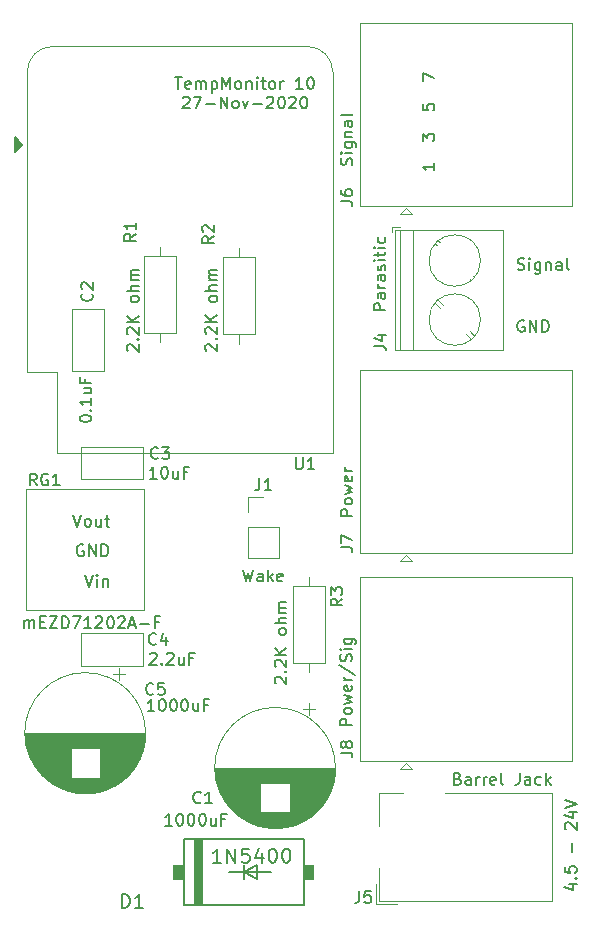
<source format=gbr>
G04 #@! TF.GenerationSoftware,KiCad,Pcbnew,(5.1.2)-2*
G04 #@! TF.CreationDate,2020-11-27T11:43:39-06:00*
G04 #@! TF.ProjectId,TempMonitor10PCB,54656d70-4d6f-46e6-9974-6f7231305043,rev?*
G04 #@! TF.SameCoordinates,Original*
G04 #@! TF.FileFunction,Legend,Top*
G04 #@! TF.FilePolarity,Positive*
%FSLAX46Y46*%
G04 Gerber Fmt 4.6, Leading zero omitted, Abs format (unit mm)*
G04 Created by KiCad (PCBNEW (5.1.2)-2) date 2020-11-27 11:43:39*
%MOMM*%
%LPD*%
G04 APERTURE LIST*
%ADD10C,0.150000*%
%ADD11C,0.120000*%
%ADD12C,0.152400*%
%ADD13C,0.100000*%
%ADD14C,0.127000*%
G04 APERTURE END LIST*
D10*
X84085180Y-55705333D02*
X84085180Y-55038666D01*
X85085180Y-55467238D01*
X84085180Y-57665437D02*
X84085180Y-58141628D01*
X84561371Y-58189247D01*
X84513752Y-58141628D01*
X84466133Y-58046390D01*
X84466133Y-57808294D01*
X84513752Y-57713056D01*
X84561371Y-57665437D01*
X84656609Y-57617818D01*
X84894704Y-57617818D01*
X84989942Y-57665437D01*
X85037561Y-57713056D01*
X85085180Y-57808294D01*
X85085180Y-58046390D01*
X85037561Y-58141628D01*
X84989942Y-58189247D01*
X84085180Y-60768399D02*
X84085180Y-60149351D01*
X84466133Y-60482685D01*
X84466133Y-60339827D01*
X84513752Y-60244589D01*
X84561371Y-60196970D01*
X84656609Y-60149351D01*
X84894704Y-60149351D01*
X84989942Y-60196970D01*
X85037561Y-60244589D01*
X85085180Y-60339827D01*
X85085180Y-60625542D01*
X85037561Y-60720780D01*
X84989942Y-60768399D01*
X85085180Y-62680885D02*
X85085180Y-63252314D01*
X85085180Y-62966600D02*
X84085180Y-62966600D01*
X84228038Y-63061838D01*
X84323276Y-63157076D01*
X84370895Y-63252314D01*
X96458114Y-123707114D02*
X97124780Y-123707114D01*
X96077161Y-123945209D02*
X96791447Y-124183304D01*
X96791447Y-123564257D01*
X97029542Y-123183304D02*
X97077161Y-123135685D01*
X97124780Y-123183304D01*
X97077161Y-123230923D01*
X97029542Y-123183304D01*
X97124780Y-123183304D01*
X96124780Y-122230923D02*
X96124780Y-122707114D01*
X96600971Y-122754733D01*
X96553352Y-122707114D01*
X96505733Y-122611876D01*
X96505733Y-122373780D01*
X96553352Y-122278542D01*
X96600971Y-122230923D01*
X96696209Y-122183304D01*
X96934304Y-122183304D01*
X97029542Y-122230923D01*
X97077161Y-122278542D01*
X97124780Y-122373780D01*
X97124780Y-122611876D01*
X97077161Y-122707114D01*
X97029542Y-122754733D01*
X96743828Y-120992828D02*
X96743828Y-120230923D01*
X96220019Y-119040447D02*
X96172400Y-118992828D01*
X96124780Y-118897590D01*
X96124780Y-118659495D01*
X96172400Y-118564257D01*
X96220019Y-118516638D01*
X96315257Y-118469019D01*
X96410495Y-118469019D01*
X96553352Y-118516638D01*
X97124780Y-119088066D01*
X97124780Y-118469019D01*
X96458114Y-117611876D02*
X97124780Y-117611876D01*
X96077161Y-117849971D02*
X96791447Y-118088066D01*
X96791447Y-117469019D01*
X96124780Y-117230923D02*
X97124780Y-116897590D01*
X96124780Y-116564257D01*
X92684695Y-75979400D02*
X92589457Y-75931780D01*
X92446600Y-75931780D01*
X92303742Y-75979400D01*
X92208504Y-76074638D01*
X92160885Y-76169876D01*
X92113266Y-76360352D01*
X92113266Y-76503209D01*
X92160885Y-76693685D01*
X92208504Y-76788923D01*
X92303742Y-76884161D01*
X92446600Y-76931780D01*
X92541838Y-76931780D01*
X92684695Y-76884161D01*
X92732314Y-76836542D01*
X92732314Y-76503209D01*
X92541838Y-76503209D01*
X93160885Y-76931780D02*
X93160885Y-75931780D01*
X93732314Y-76931780D01*
X93732314Y-75931780D01*
X94208504Y-76931780D02*
X94208504Y-75931780D01*
X94446600Y-75931780D01*
X94589457Y-75979400D01*
X94684695Y-76074638D01*
X94732314Y-76169876D01*
X94779933Y-76360352D01*
X94779933Y-76503209D01*
X94732314Y-76693685D01*
X94684695Y-76788923D01*
X94589457Y-76884161D01*
X94446600Y-76931780D01*
X94208504Y-76931780D01*
X92141942Y-71651761D02*
X92284800Y-71699380D01*
X92522895Y-71699380D01*
X92618133Y-71651761D01*
X92665752Y-71604142D01*
X92713371Y-71508904D01*
X92713371Y-71413666D01*
X92665752Y-71318428D01*
X92618133Y-71270809D01*
X92522895Y-71223190D01*
X92332419Y-71175571D01*
X92237180Y-71127952D01*
X92189561Y-71080333D01*
X92141942Y-70985095D01*
X92141942Y-70889857D01*
X92189561Y-70794619D01*
X92237180Y-70747000D01*
X92332419Y-70699380D01*
X92570514Y-70699380D01*
X92713371Y-70747000D01*
X93141942Y-71699380D02*
X93141942Y-71032714D01*
X93141942Y-70699380D02*
X93094323Y-70747000D01*
X93141942Y-70794619D01*
X93189561Y-70747000D01*
X93141942Y-70699380D01*
X93141942Y-70794619D01*
X94046704Y-71032714D02*
X94046704Y-71842238D01*
X93999085Y-71937476D01*
X93951466Y-71985095D01*
X93856228Y-72032714D01*
X93713371Y-72032714D01*
X93618133Y-71985095D01*
X94046704Y-71651761D02*
X93951466Y-71699380D01*
X93760990Y-71699380D01*
X93665752Y-71651761D01*
X93618133Y-71604142D01*
X93570514Y-71508904D01*
X93570514Y-71223190D01*
X93618133Y-71127952D01*
X93665752Y-71080333D01*
X93760990Y-71032714D01*
X93951466Y-71032714D01*
X94046704Y-71080333D01*
X94522895Y-71032714D02*
X94522895Y-71699380D01*
X94522895Y-71127952D02*
X94570514Y-71080333D01*
X94665752Y-71032714D01*
X94808609Y-71032714D01*
X94903847Y-71080333D01*
X94951466Y-71175571D01*
X94951466Y-71699380D01*
X95856228Y-71699380D02*
X95856228Y-71175571D01*
X95808609Y-71080333D01*
X95713371Y-71032714D01*
X95522895Y-71032714D01*
X95427657Y-71080333D01*
X95856228Y-71651761D02*
X95760990Y-71699380D01*
X95522895Y-71699380D01*
X95427657Y-71651761D01*
X95380038Y-71556523D01*
X95380038Y-71461285D01*
X95427657Y-71366047D01*
X95522895Y-71318428D01*
X95760990Y-71318428D01*
X95856228Y-71270809D01*
X96475276Y-71699380D02*
X96380038Y-71651761D01*
X96332419Y-71556523D01*
X96332419Y-70699380D01*
X63134028Y-55370980D02*
X63705457Y-55370980D01*
X63419742Y-56370980D02*
X63419742Y-55370980D01*
X64419742Y-56323361D02*
X64324504Y-56370980D01*
X64134028Y-56370980D01*
X64038790Y-56323361D01*
X63991171Y-56228123D01*
X63991171Y-55847171D01*
X64038790Y-55751933D01*
X64134028Y-55704314D01*
X64324504Y-55704314D01*
X64419742Y-55751933D01*
X64467361Y-55847171D01*
X64467361Y-55942409D01*
X63991171Y-56037647D01*
X64895933Y-56370980D02*
X64895933Y-55704314D01*
X64895933Y-55799552D02*
X64943552Y-55751933D01*
X65038790Y-55704314D01*
X65181647Y-55704314D01*
X65276885Y-55751933D01*
X65324504Y-55847171D01*
X65324504Y-56370980D01*
X65324504Y-55847171D02*
X65372123Y-55751933D01*
X65467361Y-55704314D01*
X65610219Y-55704314D01*
X65705457Y-55751933D01*
X65753076Y-55847171D01*
X65753076Y-56370980D01*
X66229266Y-55704314D02*
X66229266Y-56704314D01*
X66229266Y-55751933D02*
X66324504Y-55704314D01*
X66514980Y-55704314D01*
X66610219Y-55751933D01*
X66657838Y-55799552D01*
X66705457Y-55894790D01*
X66705457Y-56180504D01*
X66657838Y-56275742D01*
X66610219Y-56323361D01*
X66514980Y-56370980D01*
X66324504Y-56370980D01*
X66229266Y-56323361D01*
X67134028Y-56370980D02*
X67134028Y-55370980D01*
X67467361Y-56085266D01*
X67800695Y-55370980D01*
X67800695Y-56370980D01*
X68419742Y-56370980D02*
X68324504Y-56323361D01*
X68276885Y-56275742D01*
X68229266Y-56180504D01*
X68229266Y-55894790D01*
X68276885Y-55799552D01*
X68324504Y-55751933D01*
X68419742Y-55704314D01*
X68562600Y-55704314D01*
X68657838Y-55751933D01*
X68705457Y-55799552D01*
X68753076Y-55894790D01*
X68753076Y-56180504D01*
X68705457Y-56275742D01*
X68657838Y-56323361D01*
X68562600Y-56370980D01*
X68419742Y-56370980D01*
X69181647Y-55704314D02*
X69181647Y-56370980D01*
X69181647Y-55799552D02*
X69229266Y-55751933D01*
X69324504Y-55704314D01*
X69467361Y-55704314D01*
X69562600Y-55751933D01*
X69610219Y-55847171D01*
X69610219Y-56370980D01*
X70086409Y-56370980D02*
X70086409Y-55704314D01*
X70086409Y-55370980D02*
X70038790Y-55418600D01*
X70086409Y-55466219D01*
X70134028Y-55418600D01*
X70086409Y-55370980D01*
X70086409Y-55466219D01*
X70419742Y-55704314D02*
X70800695Y-55704314D01*
X70562600Y-55370980D02*
X70562600Y-56228123D01*
X70610219Y-56323361D01*
X70705457Y-56370980D01*
X70800695Y-56370980D01*
X71276885Y-56370980D02*
X71181647Y-56323361D01*
X71134028Y-56275742D01*
X71086409Y-56180504D01*
X71086409Y-55894790D01*
X71134028Y-55799552D01*
X71181647Y-55751933D01*
X71276885Y-55704314D01*
X71419742Y-55704314D01*
X71514980Y-55751933D01*
X71562600Y-55799552D01*
X71610219Y-55894790D01*
X71610219Y-56180504D01*
X71562600Y-56275742D01*
X71514980Y-56323361D01*
X71419742Y-56370980D01*
X71276885Y-56370980D01*
X72038790Y-56370980D02*
X72038790Y-55704314D01*
X72038790Y-55894790D02*
X72086409Y-55799552D01*
X72134028Y-55751933D01*
X72229266Y-55704314D01*
X72324504Y-55704314D01*
X73943552Y-56370980D02*
X73372123Y-56370980D01*
X73657838Y-56370980D02*
X73657838Y-55370980D01*
X73562600Y-55513838D01*
X73467361Y-55609076D01*
X73372123Y-55656695D01*
X74562600Y-55370980D02*
X74657838Y-55370980D01*
X74753076Y-55418600D01*
X74800695Y-55466219D01*
X74848314Y-55561457D01*
X74895933Y-55751933D01*
X74895933Y-55990028D01*
X74848314Y-56180504D01*
X74800695Y-56275742D01*
X74753076Y-56323361D01*
X74657838Y-56370980D01*
X74562600Y-56370980D01*
X74467361Y-56323361D01*
X74419742Y-56275742D01*
X74372123Y-56180504D01*
X74324504Y-55990028D01*
X74324504Y-55751933D01*
X74372123Y-55561457D01*
X74419742Y-55466219D01*
X74467361Y-55418600D01*
X74562600Y-55370980D01*
X63800695Y-57116219D02*
X63848314Y-57068600D01*
X63943552Y-57020980D01*
X64181647Y-57020980D01*
X64276885Y-57068600D01*
X64324504Y-57116219D01*
X64372123Y-57211457D01*
X64372123Y-57306695D01*
X64324504Y-57449552D01*
X63753076Y-58020980D01*
X64372123Y-58020980D01*
X64705457Y-57020980D02*
X65372123Y-57020980D01*
X64943552Y-58020980D01*
X65753076Y-57640028D02*
X66514980Y-57640028D01*
X66991171Y-58020980D02*
X66991171Y-57020980D01*
X67562600Y-58020980D01*
X67562600Y-57020980D01*
X68181647Y-58020980D02*
X68086409Y-57973361D01*
X68038790Y-57925742D01*
X67991171Y-57830504D01*
X67991171Y-57544790D01*
X68038790Y-57449552D01*
X68086409Y-57401933D01*
X68181647Y-57354314D01*
X68324504Y-57354314D01*
X68419742Y-57401933D01*
X68467361Y-57449552D01*
X68514980Y-57544790D01*
X68514980Y-57830504D01*
X68467361Y-57925742D01*
X68419742Y-57973361D01*
X68324504Y-58020980D01*
X68181647Y-58020980D01*
X68848314Y-57354314D02*
X69086409Y-58020980D01*
X69324504Y-57354314D01*
X69705457Y-57640028D02*
X70467361Y-57640028D01*
X70895933Y-57116219D02*
X70943552Y-57068600D01*
X71038790Y-57020980D01*
X71276885Y-57020980D01*
X71372123Y-57068600D01*
X71419742Y-57116219D01*
X71467361Y-57211457D01*
X71467361Y-57306695D01*
X71419742Y-57449552D01*
X70848314Y-58020980D01*
X71467361Y-58020980D01*
X72086409Y-57020980D02*
X72181647Y-57020980D01*
X72276885Y-57068600D01*
X72324504Y-57116219D01*
X72372123Y-57211457D01*
X72419742Y-57401933D01*
X72419742Y-57640028D01*
X72372123Y-57830504D01*
X72324504Y-57925742D01*
X72276885Y-57973361D01*
X72181647Y-58020980D01*
X72086409Y-58020980D01*
X71991171Y-57973361D01*
X71943552Y-57925742D01*
X71895933Y-57830504D01*
X71848314Y-57640028D01*
X71848314Y-57401933D01*
X71895933Y-57211457D01*
X71943552Y-57116219D01*
X71991171Y-57068600D01*
X72086409Y-57020980D01*
X72800695Y-57116219D02*
X72848314Y-57068600D01*
X72943552Y-57020980D01*
X73181647Y-57020980D01*
X73276885Y-57068600D01*
X73324504Y-57116219D01*
X73372123Y-57211457D01*
X73372123Y-57306695D01*
X73324504Y-57449552D01*
X72753076Y-58020980D01*
X73372123Y-58020980D01*
X73991171Y-57020980D02*
X74086409Y-57020980D01*
X74181647Y-57068600D01*
X74229266Y-57116219D01*
X74276885Y-57211457D01*
X74324504Y-57401933D01*
X74324504Y-57640028D01*
X74276885Y-57830504D01*
X74229266Y-57925742D01*
X74181647Y-57973361D01*
X74086409Y-58020980D01*
X73991171Y-58020980D01*
X73895933Y-57973361D01*
X73848314Y-57925742D01*
X73800695Y-57830504D01*
X73753076Y-57640028D01*
X73753076Y-57401933D01*
X73800695Y-57211457D01*
X73848314Y-57116219D01*
X73895933Y-57068600D01*
X73991171Y-57020980D01*
D11*
X74472800Y-105741600D02*
X74472800Y-104971600D01*
X74472800Y-97661600D02*
X74472800Y-98431600D01*
X75842800Y-104971600D02*
X75842800Y-98431600D01*
X73102800Y-104971600D02*
X75842800Y-104971600D01*
X73102800Y-98431600D02*
X73102800Y-104971600D01*
X75842800Y-98431600D02*
X73102800Y-98431600D01*
X74350800Y-52772400D02*
G75*
G02X76480800Y-54902400I0J-2130000D01*
G01*
X50620800Y-54902400D02*
G75*
G02X52750800Y-52772400I2130000J0D01*
G01*
X53160800Y-80332400D02*
X53160800Y-87232400D01*
X50620800Y-80332400D02*
X53160800Y-80332400D01*
D10*
G36*
X49580800Y-60477400D02*
G01*
X49580800Y-61747400D01*
X50215800Y-61112400D01*
X49580800Y-60477400D01*
G37*
X49580800Y-60477400D02*
X49580800Y-61747400D01*
X50215800Y-61112400D01*
X49580800Y-60477400D01*
D11*
X74360800Y-52772400D02*
X52750800Y-52772400D01*
X76480800Y-87232400D02*
X76480800Y-54902400D01*
X50620800Y-80332400D02*
X50620800Y-54902400D01*
X53160800Y-87232400D02*
X76480800Y-87232400D01*
X50546000Y-100482400D02*
X60546000Y-100482400D01*
X50546000Y-90282400D02*
X60546000Y-90282400D01*
X60546000Y-100482400D02*
X60546000Y-90282400D01*
X50546000Y-100482400D02*
X50546000Y-90282400D01*
X69282000Y-90897400D02*
X70612000Y-90897400D01*
X69282000Y-92227400D02*
X69282000Y-90897400D01*
X69282000Y-93497400D02*
X71942000Y-93497400D01*
X71942000Y-93497400D02*
X71942000Y-96097400D01*
X69282000Y-93497400D02*
X69282000Y-96097400D01*
X69282000Y-96097400D02*
X71942000Y-96097400D01*
D12*
X67691000Y-122682000D02*
X68961000Y-122682000D01*
X68961000Y-122097800D02*
X68961000Y-122682000D01*
X68961000Y-122682000D02*
X70104000Y-122097800D01*
X70104000Y-122097800D02*
X70104000Y-123266200D01*
X70104000Y-123266200D02*
X68961000Y-122682000D01*
X68961000Y-122682000D02*
X71247000Y-122682000D01*
X68961000Y-122682000D02*
X68961000Y-123266200D01*
X63881000Y-125476000D02*
X63881000Y-119888000D01*
X74041000Y-119888000D02*
X74041000Y-125476000D01*
X63881000Y-119888000D02*
X74041000Y-119888000D01*
X74041000Y-125476000D02*
X63881000Y-125476000D01*
D13*
G36*
X64770000Y-125476000D02*
G01*
X65532000Y-125476000D01*
X65532000Y-119888000D01*
X64770000Y-119888000D01*
X64770000Y-125476000D01*
G37*
G36*
X62992000Y-123317000D02*
G01*
X63881000Y-123317000D01*
X63881000Y-122047000D01*
X62992000Y-122047000D01*
X62992000Y-123317000D01*
G37*
G36*
X74041000Y-123317000D02*
G01*
X74930000Y-123317000D01*
X74930000Y-122047000D01*
X74041000Y-122047000D01*
X74041000Y-123317000D01*
G37*
D11*
X80189200Y-125388400D02*
X80189200Y-123648400D01*
X81929200Y-125388400D02*
X80189200Y-125388400D01*
X80429200Y-115948400D02*
X82429200Y-115948400D01*
X80429200Y-118748400D02*
X80429200Y-115948400D01*
X80429200Y-125148400D02*
X80429200Y-122348400D01*
X95029200Y-125148400D02*
X80429200Y-125148400D01*
X95029200Y-115948400D02*
X95029200Y-125148400D01*
X86029200Y-115948400D02*
X95029200Y-115948400D01*
X78786200Y-113239600D02*
X96746200Y-113239600D01*
X78786200Y-97719600D02*
X78786200Y-113239600D01*
X78786200Y-97719600D02*
X96746200Y-97719600D01*
X96746200Y-113239600D02*
X96746200Y-97719600D01*
X82666200Y-113424600D02*
X82166200Y-113924600D01*
X82166200Y-113924600D02*
X83166200Y-113924600D01*
X83166200Y-113924600D02*
X82666200Y-113424600D01*
X78786200Y-95682800D02*
X96746200Y-95682800D01*
X78786200Y-80162800D02*
X78786200Y-95682800D01*
X78786200Y-80162800D02*
X96746200Y-80162800D01*
X96746200Y-95682800D02*
X96746200Y-80162800D01*
X82666200Y-95867800D02*
X82166200Y-96367800D01*
X82166200Y-96367800D02*
X83166200Y-96367800D01*
X83166200Y-96367800D02*
X82666200Y-95867800D01*
X78786200Y-66307000D02*
X96746200Y-66307000D01*
X78786200Y-50787000D02*
X78786200Y-66307000D01*
X78786200Y-50787000D02*
X96746200Y-50787000D01*
X96746200Y-66307000D02*
X96746200Y-50787000D01*
X82666200Y-66492000D02*
X82166200Y-66992000D01*
X82166200Y-66992000D02*
X83166200Y-66992000D01*
X83166200Y-66992000D02*
X82666200Y-66492000D01*
X81517200Y-68097400D02*
X81517200Y-68497400D01*
X82157200Y-68097400D02*
X81517200Y-68097400D01*
X85825200Y-74639400D02*
X85429200Y-74244400D01*
X88471200Y-77285400D02*
X88091200Y-76905400D01*
X85543200Y-74890400D02*
X85163200Y-74510400D01*
X88205200Y-77551400D02*
X87809200Y-77156400D01*
X85536200Y-69349400D02*
X85429200Y-69243400D01*
X88471200Y-72285400D02*
X88364200Y-72178400D01*
X85270200Y-69615400D02*
X85163200Y-69509400D01*
X88205200Y-72551400D02*
X88098200Y-72444400D01*
X90877200Y-78457400D02*
X81757200Y-78457400D01*
X90877200Y-68337400D02*
X81757200Y-68337400D01*
X81757200Y-68337400D02*
X81757200Y-78457400D01*
X90877200Y-68337400D02*
X90877200Y-78457400D01*
X83317200Y-68337400D02*
X83317200Y-78457400D01*
X82217200Y-68337400D02*
X82217200Y-78457400D01*
X88997200Y-75897400D02*
G75*
G03X88997200Y-75897400I-2180000J0D01*
G01*
X88997200Y-70897400D02*
G75*
G03X88997200Y-70897400I-2180000J0D01*
G01*
X68554600Y-77928600D02*
X68554600Y-77158600D01*
X68554600Y-69848600D02*
X68554600Y-70618600D01*
X69924600Y-77158600D02*
X69924600Y-70618600D01*
X67184600Y-77158600D02*
X69924600Y-77158600D01*
X67184600Y-70618600D02*
X67184600Y-77158600D01*
X69924600Y-70618600D02*
X67184600Y-70618600D01*
X61849000Y-77827000D02*
X61849000Y-77057000D01*
X61849000Y-69747000D02*
X61849000Y-70517000D01*
X63219000Y-77057000D02*
X63219000Y-70517000D01*
X60479000Y-77057000D02*
X63219000Y-77057000D01*
X60479000Y-70517000D02*
X60479000Y-77057000D01*
X63219000Y-70517000D02*
X60479000Y-70517000D01*
X58899400Y-105927554D02*
X57899400Y-105927554D01*
X58399400Y-105427554D02*
X58399400Y-106427554D01*
X56123400Y-115988200D02*
X54925400Y-115988200D01*
X56386400Y-115948200D02*
X54662400Y-115948200D01*
X56586400Y-115908200D02*
X54462400Y-115908200D01*
X56754400Y-115868200D02*
X54294400Y-115868200D01*
X56902400Y-115828200D02*
X54146400Y-115828200D01*
X57034400Y-115788200D02*
X54014400Y-115788200D01*
X57154400Y-115748200D02*
X53894400Y-115748200D01*
X57266400Y-115708200D02*
X53782400Y-115708200D01*
X57370400Y-115668200D02*
X53678400Y-115668200D01*
X57468400Y-115628200D02*
X53580400Y-115628200D01*
X57561400Y-115588200D02*
X53487400Y-115588200D01*
X57649400Y-115548200D02*
X53399400Y-115548200D01*
X57733400Y-115508200D02*
X53315400Y-115508200D01*
X57813400Y-115468200D02*
X53235400Y-115468200D01*
X57889400Y-115428200D02*
X53159400Y-115428200D01*
X57963400Y-115388200D02*
X53085400Y-115388200D01*
X58034400Y-115348200D02*
X53014400Y-115348200D01*
X58103400Y-115308200D02*
X52945400Y-115308200D01*
X58169400Y-115268200D02*
X52879400Y-115268200D01*
X58233400Y-115228200D02*
X52815400Y-115228200D01*
X58294400Y-115188200D02*
X52754400Y-115188200D01*
X58354400Y-115148200D02*
X52694400Y-115148200D01*
X58413400Y-115108200D02*
X52635400Y-115108200D01*
X58469400Y-115068200D02*
X52579400Y-115068200D01*
X58524400Y-115028200D02*
X52524400Y-115028200D01*
X58578400Y-114988200D02*
X52470400Y-114988200D01*
X58630400Y-114948200D02*
X52418400Y-114948200D01*
X58680400Y-114908200D02*
X52368400Y-114908200D01*
X58730400Y-114868200D02*
X52318400Y-114868200D01*
X58778400Y-114828200D02*
X52270400Y-114828200D01*
X58825400Y-114788200D02*
X52223400Y-114788200D01*
X58871400Y-114748200D02*
X52177400Y-114748200D01*
X58916400Y-114708200D02*
X52132400Y-114708200D01*
X58960400Y-114668200D02*
X52088400Y-114668200D01*
X54283400Y-114628200D02*
X52046400Y-114628200D01*
X59002400Y-114628200D02*
X56765400Y-114628200D01*
X54283400Y-114588200D02*
X52004400Y-114588200D01*
X59044400Y-114588200D02*
X56765400Y-114588200D01*
X54283400Y-114548200D02*
X51963400Y-114548200D01*
X59085400Y-114548200D02*
X56765400Y-114548200D01*
X54283400Y-114508200D02*
X51923400Y-114508200D01*
X59125400Y-114508200D02*
X56765400Y-114508200D01*
X54283400Y-114468200D02*
X51884400Y-114468200D01*
X59164400Y-114468200D02*
X56765400Y-114468200D01*
X54283400Y-114428200D02*
X51845400Y-114428200D01*
X59203400Y-114428200D02*
X56765400Y-114428200D01*
X54283400Y-114388200D02*
X51808400Y-114388200D01*
X59240400Y-114388200D02*
X56765400Y-114388200D01*
X54283400Y-114348200D02*
X51771400Y-114348200D01*
X59277400Y-114348200D02*
X56765400Y-114348200D01*
X54283400Y-114308200D02*
X51735400Y-114308200D01*
X59313400Y-114308200D02*
X56765400Y-114308200D01*
X54283400Y-114268200D02*
X51700400Y-114268200D01*
X59348400Y-114268200D02*
X56765400Y-114268200D01*
X54283400Y-114228200D02*
X51666400Y-114228200D01*
X59382400Y-114228200D02*
X56765400Y-114228200D01*
X54283400Y-114188200D02*
X51632400Y-114188200D01*
X59416400Y-114188200D02*
X56765400Y-114188200D01*
X54283400Y-114148200D02*
X51599400Y-114148200D01*
X59449400Y-114148200D02*
X56765400Y-114148200D01*
X54283400Y-114108200D02*
X51567400Y-114108200D01*
X59481400Y-114108200D02*
X56765400Y-114108200D01*
X54283400Y-114068200D02*
X51535400Y-114068200D01*
X59513400Y-114068200D02*
X56765400Y-114068200D01*
X54283400Y-114028200D02*
X51504400Y-114028200D01*
X59544400Y-114028200D02*
X56765400Y-114028200D01*
X54283400Y-113988200D02*
X51474400Y-113988200D01*
X59574400Y-113988200D02*
X56765400Y-113988200D01*
X54283400Y-113948200D02*
X51444400Y-113948200D01*
X59604400Y-113948200D02*
X56765400Y-113948200D01*
X54283400Y-113908200D02*
X51414400Y-113908200D01*
X59634400Y-113908200D02*
X56765400Y-113908200D01*
X54283400Y-113868200D02*
X51386400Y-113868200D01*
X59662400Y-113868200D02*
X56765400Y-113868200D01*
X54283400Y-113828200D02*
X51358400Y-113828200D01*
X59690400Y-113828200D02*
X56765400Y-113828200D01*
X54283400Y-113788200D02*
X51330400Y-113788200D01*
X59718400Y-113788200D02*
X56765400Y-113788200D01*
X54283400Y-113748200D02*
X51303400Y-113748200D01*
X59745400Y-113748200D02*
X56765400Y-113748200D01*
X54283400Y-113708200D02*
X51277400Y-113708200D01*
X59771400Y-113708200D02*
X56765400Y-113708200D01*
X54283400Y-113668200D02*
X51251400Y-113668200D01*
X59797400Y-113668200D02*
X56765400Y-113668200D01*
X54283400Y-113628200D02*
X51226400Y-113628200D01*
X59822400Y-113628200D02*
X56765400Y-113628200D01*
X54283400Y-113588200D02*
X51201400Y-113588200D01*
X59847400Y-113588200D02*
X56765400Y-113588200D01*
X54283400Y-113548200D02*
X51177400Y-113548200D01*
X59871400Y-113548200D02*
X56765400Y-113548200D01*
X54283400Y-113508200D02*
X51153400Y-113508200D01*
X59895400Y-113508200D02*
X56765400Y-113508200D01*
X54283400Y-113468200D02*
X51129400Y-113468200D01*
X59919400Y-113468200D02*
X56765400Y-113468200D01*
X54283400Y-113428200D02*
X51107400Y-113428200D01*
X59941400Y-113428200D02*
X56765400Y-113428200D01*
X54283400Y-113388200D02*
X51084400Y-113388200D01*
X59964400Y-113388200D02*
X56765400Y-113388200D01*
X54283400Y-113348200D02*
X51062400Y-113348200D01*
X59986400Y-113348200D02*
X56765400Y-113348200D01*
X54283400Y-113308200D02*
X51041400Y-113308200D01*
X60007400Y-113308200D02*
X56765400Y-113308200D01*
X54283400Y-113268200D02*
X51020400Y-113268200D01*
X60028400Y-113268200D02*
X56765400Y-113268200D01*
X54283400Y-113228200D02*
X50999400Y-113228200D01*
X60049400Y-113228200D02*
X56765400Y-113228200D01*
X54283400Y-113188200D02*
X50979400Y-113188200D01*
X60069400Y-113188200D02*
X56765400Y-113188200D01*
X54283400Y-113148200D02*
X50960400Y-113148200D01*
X60088400Y-113148200D02*
X56765400Y-113148200D01*
X54283400Y-113108200D02*
X50940400Y-113108200D01*
X60108400Y-113108200D02*
X56765400Y-113108200D01*
X54283400Y-113068200D02*
X50921400Y-113068200D01*
X60127400Y-113068200D02*
X56765400Y-113068200D01*
X54283400Y-113028200D02*
X50903400Y-113028200D01*
X60145400Y-113028200D02*
X56765400Y-113028200D01*
X54283400Y-112988200D02*
X50885400Y-112988200D01*
X60163400Y-112988200D02*
X56765400Y-112988200D01*
X54283400Y-112948200D02*
X50867400Y-112948200D01*
X60181400Y-112948200D02*
X56765400Y-112948200D01*
X54283400Y-112908200D02*
X50850400Y-112908200D01*
X60198400Y-112908200D02*
X56765400Y-112908200D01*
X54283400Y-112868200D02*
X50834400Y-112868200D01*
X60214400Y-112868200D02*
X56765400Y-112868200D01*
X54283400Y-112828200D02*
X50817400Y-112828200D01*
X60231400Y-112828200D02*
X56765400Y-112828200D01*
X54283400Y-112788200D02*
X50801400Y-112788200D01*
X60247400Y-112788200D02*
X56765400Y-112788200D01*
X54283400Y-112748200D02*
X50786400Y-112748200D01*
X60262400Y-112748200D02*
X56765400Y-112748200D01*
X54283400Y-112708200D02*
X50770400Y-112708200D01*
X60278400Y-112708200D02*
X56765400Y-112708200D01*
X54283400Y-112668200D02*
X50756400Y-112668200D01*
X60292400Y-112668200D02*
X56765400Y-112668200D01*
X54283400Y-112628200D02*
X50741400Y-112628200D01*
X60307400Y-112628200D02*
X56765400Y-112628200D01*
X54283400Y-112588200D02*
X50727400Y-112588200D01*
X60321400Y-112588200D02*
X56765400Y-112588200D01*
X54283400Y-112548200D02*
X50713400Y-112548200D01*
X60335400Y-112548200D02*
X56765400Y-112548200D01*
X54283400Y-112508200D02*
X50700400Y-112508200D01*
X60348400Y-112508200D02*
X56765400Y-112508200D01*
X54283400Y-112468200D02*
X50687400Y-112468200D01*
X60361400Y-112468200D02*
X56765400Y-112468200D01*
X54283400Y-112428200D02*
X50674400Y-112428200D01*
X60374400Y-112428200D02*
X56765400Y-112428200D01*
X54283400Y-112388200D02*
X50662400Y-112388200D01*
X60386400Y-112388200D02*
X56765400Y-112388200D01*
X54283400Y-112348200D02*
X50650400Y-112348200D01*
X60398400Y-112348200D02*
X56765400Y-112348200D01*
X54283400Y-112308200D02*
X50639400Y-112308200D01*
X60409400Y-112308200D02*
X56765400Y-112308200D01*
X54283400Y-112268200D02*
X50627400Y-112268200D01*
X60421400Y-112268200D02*
X56765400Y-112268200D01*
X54283400Y-112228200D02*
X50617400Y-112228200D01*
X60431400Y-112228200D02*
X56765400Y-112228200D01*
X54283400Y-112188200D02*
X50606400Y-112188200D01*
X60442400Y-112188200D02*
X56765400Y-112188200D01*
X60452400Y-112148200D02*
X50596400Y-112148200D01*
X60462400Y-112108200D02*
X50586400Y-112108200D01*
X60471400Y-112068200D02*
X50577400Y-112068200D01*
X60480400Y-112028200D02*
X50568400Y-112028200D01*
X60489400Y-111988200D02*
X50559400Y-111988200D01*
X60498400Y-111948200D02*
X50550400Y-111948200D01*
X60506400Y-111908200D02*
X50542400Y-111908200D01*
X60514400Y-111868200D02*
X50534400Y-111868200D01*
X60521400Y-111828200D02*
X50527400Y-111828200D01*
X60528400Y-111788200D02*
X50520400Y-111788200D01*
X60535400Y-111748200D02*
X50513400Y-111748200D01*
X60542400Y-111708200D02*
X50506400Y-111708200D01*
X60548400Y-111668200D02*
X50500400Y-111668200D01*
X60554400Y-111628200D02*
X50494400Y-111628200D01*
X60559400Y-111587200D02*
X50489400Y-111587200D01*
X60564400Y-111547200D02*
X50484400Y-111547200D01*
X60569400Y-111507200D02*
X50479400Y-111507200D01*
X60574400Y-111467200D02*
X50474400Y-111467200D01*
X60578400Y-111427200D02*
X50470400Y-111427200D01*
X60582400Y-111387200D02*
X50466400Y-111387200D01*
X60586400Y-111347200D02*
X50462400Y-111347200D01*
X60589400Y-111307200D02*
X50459400Y-111307200D01*
X60592400Y-111267200D02*
X50456400Y-111267200D01*
X60594400Y-111227200D02*
X50454400Y-111227200D01*
X60597400Y-111187200D02*
X50451400Y-111187200D01*
X60599400Y-111147200D02*
X50449400Y-111147200D01*
X60601400Y-111107200D02*
X50447400Y-111107200D01*
X60602400Y-111067200D02*
X50446400Y-111067200D01*
X60603400Y-111027200D02*
X50445400Y-111027200D01*
X60604400Y-110987200D02*
X50444400Y-110987200D01*
X60604400Y-110947200D02*
X50444400Y-110947200D01*
X60604400Y-110907200D02*
X50444400Y-110907200D01*
X60644400Y-110907200D02*
G75*
G03X60644400Y-110907200I-5120000J0D01*
G01*
X55210400Y-105205200D02*
X55210400Y-102465200D01*
X60450400Y-105205200D02*
X60450400Y-102465200D01*
X60450400Y-102465200D02*
X55210400Y-102465200D01*
X60450400Y-105205200D02*
X55210400Y-105205200D01*
X55210400Y-89431800D02*
X55210400Y-86691800D01*
X60450400Y-89431800D02*
X60450400Y-86691800D01*
X60450400Y-86691800D02*
X55210400Y-86691800D01*
X60450400Y-89431800D02*
X55210400Y-89431800D01*
X54408400Y-74997000D02*
X57148400Y-74997000D01*
X54408400Y-80237000D02*
X57148400Y-80237000D01*
X57148400Y-80237000D02*
X57148400Y-74997000D01*
X54408400Y-80237000D02*
X54408400Y-74997000D01*
X74977600Y-108873954D02*
X73977600Y-108873954D01*
X74477600Y-108373954D02*
X74477600Y-109373954D01*
X72201600Y-118934600D02*
X71003600Y-118934600D01*
X72464600Y-118894600D02*
X70740600Y-118894600D01*
X72664600Y-118854600D02*
X70540600Y-118854600D01*
X72832600Y-118814600D02*
X70372600Y-118814600D01*
X72980600Y-118774600D02*
X70224600Y-118774600D01*
X73112600Y-118734600D02*
X70092600Y-118734600D01*
X73232600Y-118694600D02*
X69972600Y-118694600D01*
X73344600Y-118654600D02*
X69860600Y-118654600D01*
X73448600Y-118614600D02*
X69756600Y-118614600D01*
X73546600Y-118574600D02*
X69658600Y-118574600D01*
X73639600Y-118534600D02*
X69565600Y-118534600D01*
X73727600Y-118494600D02*
X69477600Y-118494600D01*
X73811600Y-118454600D02*
X69393600Y-118454600D01*
X73891600Y-118414600D02*
X69313600Y-118414600D01*
X73967600Y-118374600D02*
X69237600Y-118374600D01*
X74041600Y-118334600D02*
X69163600Y-118334600D01*
X74112600Y-118294600D02*
X69092600Y-118294600D01*
X74181600Y-118254600D02*
X69023600Y-118254600D01*
X74247600Y-118214600D02*
X68957600Y-118214600D01*
X74311600Y-118174600D02*
X68893600Y-118174600D01*
X74372600Y-118134600D02*
X68832600Y-118134600D01*
X74432600Y-118094600D02*
X68772600Y-118094600D01*
X74491600Y-118054600D02*
X68713600Y-118054600D01*
X74547600Y-118014600D02*
X68657600Y-118014600D01*
X74602600Y-117974600D02*
X68602600Y-117974600D01*
X74656600Y-117934600D02*
X68548600Y-117934600D01*
X74708600Y-117894600D02*
X68496600Y-117894600D01*
X74758600Y-117854600D02*
X68446600Y-117854600D01*
X74808600Y-117814600D02*
X68396600Y-117814600D01*
X74856600Y-117774600D02*
X68348600Y-117774600D01*
X74903600Y-117734600D02*
X68301600Y-117734600D01*
X74949600Y-117694600D02*
X68255600Y-117694600D01*
X74994600Y-117654600D02*
X68210600Y-117654600D01*
X75038600Y-117614600D02*
X68166600Y-117614600D01*
X70361600Y-117574600D02*
X68124600Y-117574600D01*
X75080600Y-117574600D02*
X72843600Y-117574600D01*
X70361600Y-117534600D02*
X68082600Y-117534600D01*
X75122600Y-117534600D02*
X72843600Y-117534600D01*
X70361600Y-117494600D02*
X68041600Y-117494600D01*
X75163600Y-117494600D02*
X72843600Y-117494600D01*
X70361600Y-117454600D02*
X68001600Y-117454600D01*
X75203600Y-117454600D02*
X72843600Y-117454600D01*
X70361600Y-117414600D02*
X67962600Y-117414600D01*
X75242600Y-117414600D02*
X72843600Y-117414600D01*
X70361600Y-117374600D02*
X67923600Y-117374600D01*
X75281600Y-117374600D02*
X72843600Y-117374600D01*
X70361600Y-117334600D02*
X67886600Y-117334600D01*
X75318600Y-117334600D02*
X72843600Y-117334600D01*
X70361600Y-117294600D02*
X67849600Y-117294600D01*
X75355600Y-117294600D02*
X72843600Y-117294600D01*
X70361600Y-117254600D02*
X67813600Y-117254600D01*
X75391600Y-117254600D02*
X72843600Y-117254600D01*
X70361600Y-117214600D02*
X67778600Y-117214600D01*
X75426600Y-117214600D02*
X72843600Y-117214600D01*
X70361600Y-117174600D02*
X67744600Y-117174600D01*
X75460600Y-117174600D02*
X72843600Y-117174600D01*
X70361600Y-117134600D02*
X67710600Y-117134600D01*
X75494600Y-117134600D02*
X72843600Y-117134600D01*
X70361600Y-117094600D02*
X67677600Y-117094600D01*
X75527600Y-117094600D02*
X72843600Y-117094600D01*
X70361600Y-117054600D02*
X67645600Y-117054600D01*
X75559600Y-117054600D02*
X72843600Y-117054600D01*
X70361600Y-117014600D02*
X67613600Y-117014600D01*
X75591600Y-117014600D02*
X72843600Y-117014600D01*
X70361600Y-116974600D02*
X67582600Y-116974600D01*
X75622600Y-116974600D02*
X72843600Y-116974600D01*
X70361600Y-116934600D02*
X67552600Y-116934600D01*
X75652600Y-116934600D02*
X72843600Y-116934600D01*
X70361600Y-116894600D02*
X67522600Y-116894600D01*
X75682600Y-116894600D02*
X72843600Y-116894600D01*
X70361600Y-116854600D02*
X67492600Y-116854600D01*
X75712600Y-116854600D02*
X72843600Y-116854600D01*
X70361600Y-116814600D02*
X67464600Y-116814600D01*
X75740600Y-116814600D02*
X72843600Y-116814600D01*
X70361600Y-116774600D02*
X67436600Y-116774600D01*
X75768600Y-116774600D02*
X72843600Y-116774600D01*
X70361600Y-116734600D02*
X67408600Y-116734600D01*
X75796600Y-116734600D02*
X72843600Y-116734600D01*
X70361600Y-116694600D02*
X67381600Y-116694600D01*
X75823600Y-116694600D02*
X72843600Y-116694600D01*
X70361600Y-116654600D02*
X67355600Y-116654600D01*
X75849600Y-116654600D02*
X72843600Y-116654600D01*
X70361600Y-116614600D02*
X67329600Y-116614600D01*
X75875600Y-116614600D02*
X72843600Y-116614600D01*
X70361600Y-116574600D02*
X67304600Y-116574600D01*
X75900600Y-116574600D02*
X72843600Y-116574600D01*
X70361600Y-116534600D02*
X67279600Y-116534600D01*
X75925600Y-116534600D02*
X72843600Y-116534600D01*
X70361600Y-116494600D02*
X67255600Y-116494600D01*
X75949600Y-116494600D02*
X72843600Y-116494600D01*
X70361600Y-116454600D02*
X67231600Y-116454600D01*
X75973600Y-116454600D02*
X72843600Y-116454600D01*
X70361600Y-116414600D02*
X67207600Y-116414600D01*
X75997600Y-116414600D02*
X72843600Y-116414600D01*
X70361600Y-116374600D02*
X67185600Y-116374600D01*
X76019600Y-116374600D02*
X72843600Y-116374600D01*
X70361600Y-116334600D02*
X67162600Y-116334600D01*
X76042600Y-116334600D02*
X72843600Y-116334600D01*
X70361600Y-116294600D02*
X67140600Y-116294600D01*
X76064600Y-116294600D02*
X72843600Y-116294600D01*
X70361600Y-116254600D02*
X67119600Y-116254600D01*
X76085600Y-116254600D02*
X72843600Y-116254600D01*
X70361600Y-116214600D02*
X67098600Y-116214600D01*
X76106600Y-116214600D02*
X72843600Y-116214600D01*
X70361600Y-116174600D02*
X67077600Y-116174600D01*
X76127600Y-116174600D02*
X72843600Y-116174600D01*
X70361600Y-116134600D02*
X67057600Y-116134600D01*
X76147600Y-116134600D02*
X72843600Y-116134600D01*
X70361600Y-116094600D02*
X67038600Y-116094600D01*
X76166600Y-116094600D02*
X72843600Y-116094600D01*
X70361600Y-116054600D02*
X67018600Y-116054600D01*
X76186600Y-116054600D02*
X72843600Y-116054600D01*
X70361600Y-116014600D02*
X66999600Y-116014600D01*
X76205600Y-116014600D02*
X72843600Y-116014600D01*
X70361600Y-115974600D02*
X66981600Y-115974600D01*
X76223600Y-115974600D02*
X72843600Y-115974600D01*
X70361600Y-115934600D02*
X66963600Y-115934600D01*
X76241600Y-115934600D02*
X72843600Y-115934600D01*
X70361600Y-115894600D02*
X66945600Y-115894600D01*
X76259600Y-115894600D02*
X72843600Y-115894600D01*
X70361600Y-115854600D02*
X66928600Y-115854600D01*
X76276600Y-115854600D02*
X72843600Y-115854600D01*
X70361600Y-115814600D02*
X66912600Y-115814600D01*
X76292600Y-115814600D02*
X72843600Y-115814600D01*
X70361600Y-115774600D02*
X66895600Y-115774600D01*
X76309600Y-115774600D02*
X72843600Y-115774600D01*
X70361600Y-115734600D02*
X66879600Y-115734600D01*
X76325600Y-115734600D02*
X72843600Y-115734600D01*
X70361600Y-115694600D02*
X66864600Y-115694600D01*
X76340600Y-115694600D02*
X72843600Y-115694600D01*
X70361600Y-115654600D02*
X66848600Y-115654600D01*
X76356600Y-115654600D02*
X72843600Y-115654600D01*
X70361600Y-115614600D02*
X66834600Y-115614600D01*
X76370600Y-115614600D02*
X72843600Y-115614600D01*
X70361600Y-115574600D02*
X66819600Y-115574600D01*
X76385600Y-115574600D02*
X72843600Y-115574600D01*
X70361600Y-115534600D02*
X66805600Y-115534600D01*
X76399600Y-115534600D02*
X72843600Y-115534600D01*
X70361600Y-115494600D02*
X66791600Y-115494600D01*
X76413600Y-115494600D02*
X72843600Y-115494600D01*
X70361600Y-115454600D02*
X66778600Y-115454600D01*
X76426600Y-115454600D02*
X72843600Y-115454600D01*
X70361600Y-115414600D02*
X66765600Y-115414600D01*
X76439600Y-115414600D02*
X72843600Y-115414600D01*
X70361600Y-115374600D02*
X66752600Y-115374600D01*
X76452600Y-115374600D02*
X72843600Y-115374600D01*
X70361600Y-115334600D02*
X66740600Y-115334600D01*
X76464600Y-115334600D02*
X72843600Y-115334600D01*
X70361600Y-115294600D02*
X66728600Y-115294600D01*
X76476600Y-115294600D02*
X72843600Y-115294600D01*
X70361600Y-115254600D02*
X66717600Y-115254600D01*
X76487600Y-115254600D02*
X72843600Y-115254600D01*
X70361600Y-115214600D02*
X66705600Y-115214600D01*
X76499600Y-115214600D02*
X72843600Y-115214600D01*
X70361600Y-115174600D02*
X66695600Y-115174600D01*
X76509600Y-115174600D02*
X72843600Y-115174600D01*
X70361600Y-115134600D02*
X66684600Y-115134600D01*
X76520600Y-115134600D02*
X72843600Y-115134600D01*
X76530600Y-115094600D02*
X66674600Y-115094600D01*
X76540600Y-115054600D02*
X66664600Y-115054600D01*
X76549600Y-115014600D02*
X66655600Y-115014600D01*
X76558600Y-114974600D02*
X66646600Y-114974600D01*
X76567600Y-114934600D02*
X66637600Y-114934600D01*
X76576600Y-114894600D02*
X66628600Y-114894600D01*
X76584600Y-114854600D02*
X66620600Y-114854600D01*
X76592600Y-114814600D02*
X66612600Y-114814600D01*
X76599600Y-114774600D02*
X66605600Y-114774600D01*
X76606600Y-114734600D02*
X66598600Y-114734600D01*
X76613600Y-114694600D02*
X66591600Y-114694600D01*
X76620600Y-114654600D02*
X66584600Y-114654600D01*
X76626600Y-114614600D02*
X66578600Y-114614600D01*
X76632600Y-114574600D02*
X66572600Y-114574600D01*
X76637600Y-114533600D02*
X66567600Y-114533600D01*
X76642600Y-114493600D02*
X66562600Y-114493600D01*
X76647600Y-114453600D02*
X66557600Y-114453600D01*
X76652600Y-114413600D02*
X66552600Y-114413600D01*
X76656600Y-114373600D02*
X66548600Y-114373600D01*
X76660600Y-114333600D02*
X66544600Y-114333600D01*
X76664600Y-114293600D02*
X66540600Y-114293600D01*
X76667600Y-114253600D02*
X66537600Y-114253600D01*
X76670600Y-114213600D02*
X66534600Y-114213600D01*
X76672600Y-114173600D02*
X66532600Y-114173600D01*
X76675600Y-114133600D02*
X66529600Y-114133600D01*
X76677600Y-114093600D02*
X66527600Y-114093600D01*
X76679600Y-114053600D02*
X66525600Y-114053600D01*
X76680600Y-114013600D02*
X66524600Y-114013600D01*
X76681600Y-113973600D02*
X66523600Y-113973600D01*
X76682600Y-113933600D02*
X66522600Y-113933600D01*
X76682600Y-113893600D02*
X66522600Y-113893600D01*
X76682600Y-113853600D02*
X66522600Y-113853600D01*
X76722600Y-113853600D02*
G75*
G03X76722600Y-113853600I-5120000J0D01*
G01*
D10*
X77295180Y-99531466D02*
X76818990Y-99864800D01*
X77295180Y-100102895D02*
X76295180Y-100102895D01*
X76295180Y-99721942D01*
X76342800Y-99626704D01*
X76390419Y-99579085D01*
X76485657Y-99531466D01*
X76628514Y-99531466D01*
X76723752Y-99579085D01*
X76771371Y-99626704D01*
X76818990Y-99721942D01*
X76818990Y-100102895D01*
X76295180Y-99198133D02*
X76295180Y-98579085D01*
X76676133Y-98912419D01*
X76676133Y-98769561D01*
X76723752Y-98674323D01*
X76771371Y-98626704D01*
X76866609Y-98579085D01*
X77104704Y-98579085D01*
X77199942Y-98626704D01*
X77247561Y-98674323D01*
X77295180Y-98769561D01*
X77295180Y-99055276D01*
X77247561Y-99150514D01*
X77199942Y-99198133D01*
X71658219Y-106703380D02*
X71610600Y-106655761D01*
X71562980Y-106560523D01*
X71562980Y-106322428D01*
X71610600Y-106227190D01*
X71658219Y-106179571D01*
X71753457Y-106131952D01*
X71848695Y-106131952D01*
X71991552Y-106179571D01*
X72562980Y-106751000D01*
X72562980Y-106131952D01*
X72467742Y-105703380D02*
X72515361Y-105655761D01*
X72562980Y-105703380D01*
X72515361Y-105751000D01*
X72467742Y-105703380D01*
X72562980Y-105703380D01*
X71658219Y-105274809D02*
X71610600Y-105227190D01*
X71562980Y-105131952D01*
X71562980Y-104893857D01*
X71610600Y-104798619D01*
X71658219Y-104751000D01*
X71753457Y-104703380D01*
X71848695Y-104703380D01*
X71991552Y-104751000D01*
X72562980Y-105322428D01*
X72562980Y-104703380D01*
X72562980Y-104274809D02*
X71562980Y-104274809D01*
X72562980Y-103703380D02*
X71991552Y-104131952D01*
X71562980Y-103703380D02*
X72134409Y-104274809D01*
X72562980Y-102370047D02*
X72515361Y-102465285D01*
X72467742Y-102512904D01*
X72372504Y-102560523D01*
X72086790Y-102560523D01*
X71991552Y-102512904D01*
X71943933Y-102465285D01*
X71896314Y-102370047D01*
X71896314Y-102227190D01*
X71943933Y-102131952D01*
X71991552Y-102084333D01*
X72086790Y-102036714D01*
X72372504Y-102036714D01*
X72467742Y-102084333D01*
X72515361Y-102131952D01*
X72562980Y-102227190D01*
X72562980Y-102370047D01*
X72562980Y-101608142D02*
X71562980Y-101608142D01*
X72562980Y-101179571D02*
X72039171Y-101179571D01*
X71943933Y-101227190D01*
X71896314Y-101322428D01*
X71896314Y-101465285D01*
X71943933Y-101560523D01*
X71991552Y-101608142D01*
X72562980Y-100703380D02*
X71896314Y-100703380D01*
X71991552Y-100703380D02*
X71943933Y-100655761D01*
X71896314Y-100560523D01*
X71896314Y-100417666D01*
X71943933Y-100322428D01*
X72039171Y-100274809D01*
X72562980Y-100274809D01*
X72039171Y-100274809D02*
X71943933Y-100227190D01*
X71896314Y-100131952D01*
X71896314Y-99989095D01*
X71943933Y-99893857D01*
X72039171Y-99846238D01*
X72562980Y-99846238D01*
X73358895Y-87564780D02*
X73358895Y-88374304D01*
X73406514Y-88469542D01*
X73454133Y-88517161D01*
X73549371Y-88564780D01*
X73739847Y-88564780D01*
X73835085Y-88517161D01*
X73882704Y-88469542D01*
X73930323Y-88374304D01*
X73930323Y-87564780D01*
X74930323Y-88564780D02*
X74358895Y-88564780D01*
X74644609Y-88564780D02*
X74644609Y-87564780D01*
X74549371Y-87707638D01*
X74454133Y-87802876D01*
X74358895Y-87850495D01*
X51403333Y-89936580D02*
X51070000Y-89460390D01*
X50831904Y-89936580D02*
X50831904Y-88936580D01*
X51212857Y-88936580D01*
X51308095Y-88984200D01*
X51355714Y-89031819D01*
X51403333Y-89127057D01*
X51403333Y-89269914D01*
X51355714Y-89365152D01*
X51308095Y-89412771D01*
X51212857Y-89460390D01*
X50831904Y-89460390D01*
X52355714Y-88984200D02*
X52260476Y-88936580D01*
X52117619Y-88936580D01*
X51974761Y-88984200D01*
X51879523Y-89079438D01*
X51831904Y-89174676D01*
X51784285Y-89365152D01*
X51784285Y-89508009D01*
X51831904Y-89698485D01*
X51879523Y-89793723D01*
X51974761Y-89888961D01*
X52117619Y-89936580D01*
X52212857Y-89936580D01*
X52355714Y-89888961D01*
X52403333Y-89841342D01*
X52403333Y-89508009D01*
X52212857Y-89508009D01*
X53355714Y-89936580D02*
X52784285Y-89936580D01*
X53070000Y-89936580D02*
X53070000Y-88936580D01*
X52974761Y-89079438D01*
X52879523Y-89174676D01*
X52784285Y-89222295D01*
X50368914Y-102026980D02*
X50368914Y-101360314D01*
X50368914Y-101455552D02*
X50416533Y-101407933D01*
X50511771Y-101360314D01*
X50654628Y-101360314D01*
X50749866Y-101407933D01*
X50797485Y-101503171D01*
X50797485Y-102026980D01*
X50797485Y-101503171D02*
X50845104Y-101407933D01*
X50940342Y-101360314D01*
X51083200Y-101360314D01*
X51178438Y-101407933D01*
X51226057Y-101503171D01*
X51226057Y-102026980D01*
X51702247Y-101503171D02*
X52035580Y-101503171D01*
X52178438Y-102026980D02*
X51702247Y-102026980D01*
X51702247Y-101026980D01*
X52178438Y-101026980D01*
X52511771Y-101026980D02*
X53178438Y-101026980D01*
X52511771Y-102026980D01*
X53178438Y-102026980D01*
X53559390Y-102026980D02*
X53559390Y-101026980D01*
X53797485Y-101026980D01*
X53940342Y-101074600D01*
X54035580Y-101169838D01*
X54083200Y-101265076D01*
X54130819Y-101455552D01*
X54130819Y-101598409D01*
X54083200Y-101788885D01*
X54035580Y-101884123D01*
X53940342Y-101979361D01*
X53797485Y-102026980D01*
X53559390Y-102026980D01*
X54464152Y-101026980D02*
X55130819Y-101026980D01*
X54702247Y-102026980D01*
X56035580Y-102026980D02*
X55464152Y-102026980D01*
X55749866Y-102026980D02*
X55749866Y-101026980D01*
X55654628Y-101169838D01*
X55559390Y-101265076D01*
X55464152Y-101312695D01*
X56416533Y-101122219D02*
X56464152Y-101074600D01*
X56559390Y-101026980D01*
X56797485Y-101026980D01*
X56892723Y-101074600D01*
X56940342Y-101122219D01*
X56987961Y-101217457D01*
X56987961Y-101312695D01*
X56940342Y-101455552D01*
X56368914Y-102026980D01*
X56987961Y-102026980D01*
X57607009Y-101026980D02*
X57702247Y-101026980D01*
X57797485Y-101074600D01*
X57845104Y-101122219D01*
X57892723Y-101217457D01*
X57940342Y-101407933D01*
X57940342Y-101646028D01*
X57892723Y-101836504D01*
X57845104Y-101931742D01*
X57797485Y-101979361D01*
X57702247Y-102026980D01*
X57607009Y-102026980D01*
X57511771Y-101979361D01*
X57464152Y-101931742D01*
X57416533Y-101836504D01*
X57368914Y-101646028D01*
X57368914Y-101407933D01*
X57416533Y-101217457D01*
X57464152Y-101122219D01*
X57511771Y-101074600D01*
X57607009Y-101026980D01*
X58321295Y-101122219D02*
X58368914Y-101074600D01*
X58464152Y-101026980D01*
X58702247Y-101026980D01*
X58797485Y-101074600D01*
X58845104Y-101122219D01*
X58892723Y-101217457D01*
X58892723Y-101312695D01*
X58845104Y-101455552D01*
X58273676Y-102026980D01*
X58892723Y-102026980D01*
X59273676Y-101741266D02*
X59749866Y-101741266D01*
X59178438Y-102026980D02*
X59511771Y-101026980D01*
X59845104Y-102026980D01*
X60178438Y-101646028D02*
X60940342Y-101646028D01*
X61749866Y-101503171D02*
X61416533Y-101503171D01*
X61416533Y-102026980D02*
X61416533Y-101026980D01*
X61892723Y-101026980D01*
X55522190Y-97496380D02*
X55855523Y-98496380D01*
X56188857Y-97496380D01*
X56522190Y-98496380D02*
X56522190Y-97829714D01*
X56522190Y-97496380D02*
X56474571Y-97544000D01*
X56522190Y-97591619D01*
X56569809Y-97544000D01*
X56522190Y-97496380D01*
X56522190Y-97591619D01*
X56998380Y-97829714D02*
X56998380Y-98496380D01*
X56998380Y-97924952D02*
X57046000Y-97877333D01*
X57141238Y-97829714D01*
X57284095Y-97829714D01*
X57379333Y-97877333D01*
X57426952Y-97972571D01*
X57426952Y-98496380D01*
X55379333Y-94978600D02*
X55284095Y-94930980D01*
X55141238Y-94930980D01*
X54998380Y-94978600D01*
X54903142Y-95073838D01*
X54855523Y-95169076D01*
X54807904Y-95359552D01*
X54807904Y-95502409D01*
X54855523Y-95692885D01*
X54903142Y-95788123D01*
X54998380Y-95883361D01*
X55141238Y-95930980D01*
X55236476Y-95930980D01*
X55379333Y-95883361D01*
X55426952Y-95835742D01*
X55426952Y-95502409D01*
X55236476Y-95502409D01*
X55855523Y-95930980D02*
X55855523Y-94930980D01*
X56426952Y-95930980D01*
X56426952Y-94930980D01*
X56903142Y-95930980D02*
X56903142Y-94930980D01*
X57141238Y-94930980D01*
X57284095Y-94978600D01*
X57379333Y-95073838D01*
X57426952Y-95169076D01*
X57474571Y-95359552D01*
X57474571Y-95502409D01*
X57426952Y-95692885D01*
X57379333Y-95788123D01*
X57284095Y-95883361D01*
X57141238Y-95930980D01*
X56903142Y-95930980D01*
X54522190Y-92416380D02*
X54855523Y-93416380D01*
X55188857Y-92416380D01*
X55665047Y-93416380D02*
X55569809Y-93368761D01*
X55522190Y-93321142D01*
X55474571Y-93225904D01*
X55474571Y-92940190D01*
X55522190Y-92844952D01*
X55569809Y-92797333D01*
X55665047Y-92749714D01*
X55807904Y-92749714D01*
X55903142Y-92797333D01*
X55950761Y-92844952D01*
X55998380Y-92940190D01*
X55998380Y-93225904D01*
X55950761Y-93321142D01*
X55903142Y-93368761D01*
X55807904Y-93416380D01*
X55665047Y-93416380D01*
X56855523Y-92749714D02*
X56855523Y-93416380D01*
X56426952Y-92749714D02*
X56426952Y-93273523D01*
X56474571Y-93368761D01*
X56569809Y-93416380D01*
X56712666Y-93416380D01*
X56807904Y-93368761D01*
X56855523Y-93321142D01*
X57188857Y-92749714D02*
X57569809Y-92749714D01*
X57331714Y-92416380D02*
X57331714Y-93273523D01*
X57379333Y-93368761D01*
X57474571Y-93416380D01*
X57569809Y-93416380D01*
X70278666Y-89349780D02*
X70278666Y-90064066D01*
X70231047Y-90206923D01*
X70135809Y-90302161D01*
X69992952Y-90349780D01*
X69897714Y-90349780D01*
X71278666Y-90349780D02*
X70707238Y-90349780D01*
X70992952Y-90349780D02*
X70992952Y-89349780D01*
X70897714Y-89492638D01*
X70802476Y-89587876D01*
X70707238Y-89635495D01*
X68897714Y-97064580D02*
X69135809Y-98064580D01*
X69326285Y-97350295D01*
X69516761Y-98064580D01*
X69754857Y-97064580D01*
X70564380Y-98064580D02*
X70564380Y-97540771D01*
X70516761Y-97445533D01*
X70421523Y-97397914D01*
X70231047Y-97397914D01*
X70135809Y-97445533D01*
X70564380Y-98016961D02*
X70469142Y-98064580D01*
X70231047Y-98064580D01*
X70135809Y-98016961D01*
X70088190Y-97921723D01*
X70088190Y-97826485D01*
X70135809Y-97731247D01*
X70231047Y-97683628D01*
X70469142Y-97683628D01*
X70564380Y-97636009D01*
X71040571Y-98064580D02*
X71040571Y-97064580D01*
X71135809Y-97683628D02*
X71421523Y-98064580D01*
X71421523Y-97397914D02*
X71040571Y-97778866D01*
X72231047Y-98016961D02*
X72135809Y-98064580D01*
X71945333Y-98064580D01*
X71850095Y-98016961D01*
X71802476Y-97921723D01*
X71802476Y-97540771D01*
X71850095Y-97445533D01*
X71945333Y-97397914D01*
X72135809Y-97397914D01*
X72231047Y-97445533D01*
X72278666Y-97540771D01*
X72278666Y-97636009D01*
X71802476Y-97731247D01*
D14*
X58612011Y-125723347D02*
X58612011Y-124516847D01*
X58899273Y-124516847D01*
X59071630Y-124574300D01*
X59186535Y-124689204D01*
X59243988Y-124804109D01*
X59301440Y-125033919D01*
X59301440Y-125206276D01*
X59243988Y-125436085D01*
X59186535Y-125550990D01*
X59071630Y-125665895D01*
X58899273Y-125723347D01*
X58612011Y-125723347D01*
X60450488Y-125723347D02*
X59761059Y-125723347D01*
X60105773Y-125723347D02*
X60105773Y-124516847D01*
X59990869Y-124689204D01*
X59875964Y-124804109D01*
X59761059Y-124861561D01*
X67041788Y-121887947D02*
X66352359Y-121887947D01*
X66697073Y-121887947D02*
X66697073Y-120681447D01*
X66582169Y-120853804D01*
X66467264Y-120968709D01*
X66352359Y-121026161D01*
X67558859Y-121887947D02*
X67558859Y-120681447D01*
X68248288Y-121887947D01*
X68248288Y-120681447D01*
X69397335Y-120681447D02*
X68822811Y-120681447D01*
X68765359Y-121255971D01*
X68822811Y-121198519D01*
X68937716Y-121141066D01*
X69224978Y-121141066D01*
X69339883Y-121198519D01*
X69397335Y-121255971D01*
X69454788Y-121370876D01*
X69454788Y-121658138D01*
X69397335Y-121773042D01*
X69339883Y-121830495D01*
X69224978Y-121887947D01*
X68937716Y-121887947D01*
X68822811Y-121830495D01*
X68765359Y-121773042D01*
X70488930Y-121083614D02*
X70488930Y-121887947D01*
X70201669Y-120623995D02*
X69914407Y-121485780D01*
X70661288Y-121485780D01*
X71350716Y-120681447D02*
X71465621Y-120681447D01*
X71580526Y-120738900D01*
X71637978Y-120796352D01*
X71695430Y-120911257D01*
X71752883Y-121141066D01*
X71752883Y-121428328D01*
X71695430Y-121658138D01*
X71637978Y-121773042D01*
X71580526Y-121830495D01*
X71465621Y-121887947D01*
X71350716Y-121887947D01*
X71235811Y-121830495D01*
X71178359Y-121773042D01*
X71120907Y-121658138D01*
X71063454Y-121428328D01*
X71063454Y-121141066D01*
X71120907Y-120911257D01*
X71178359Y-120796352D01*
X71235811Y-120738900D01*
X71350716Y-120681447D01*
X72499764Y-120681447D02*
X72614669Y-120681447D01*
X72729573Y-120738900D01*
X72787026Y-120796352D01*
X72844478Y-120911257D01*
X72901930Y-121141066D01*
X72901930Y-121428328D01*
X72844478Y-121658138D01*
X72787026Y-121773042D01*
X72729573Y-121830495D01*
X72614669Y-121887947D01*
X72499764Y-121887947D01*
X72384859Y-121830495D01*
X72327407Y-121773042D01*
X72269954Y-121658138D01*
X72212502Y-121428328D01*
X72212502Y-121141066D01*
X72269954Y-120911257D01*
X72327407Y-120796352D01*
X72384859Y-120738900D01*
X72499764Y-120681447D01*
D10*
X78736866Y-124267980D02*
X78736866Y-124982266D01*
X78689247Y-125125123D01*
X78594009Y-125220361D01*
X78451152Y-125267980D01*
X78355914Y-125267980D01*
X79689247Y-124267980D02*
X79213057Y-124267980D01*
X79165438Y-124744171D01*
X79213057Y-124696552D01*
X79308295Y-124648933D01*
X79546390Y-124648933D01*
X79641628Y-124696552D01*
X79689247Y-124744171D01*
X79736866Y-124839409D01*
X79736866Y-125077504D01*
X79689247Y-125172742D01*
X79641628Y-125220361D01*
X79546390Y-125267980D01*
X79308295Y-125267980D01*
X79213057Y-125220361D01*
X79165438Y-125172742D01*
X87066904Y-114761971D02*
X87209761Y-114809590D01*
X87257380Y-114857209D01*
X87305000Y-114952447D01*
X87305000Y-115095304D01*
X87257380Y-115190542D01*
X87209761Y-115238161D01*
X87114523Y-115285780D01*
X86733571Y-115285780D01*
X86733571Y-114285780D01*
X87066904Y-114285780D01*
X87162142Y-114333400D01*
X87209761Y-114381019D01*
X87257380Y-114476257D01*
X87257380Y-114571495D01*
X87209761Y-114666733D01*
X87162142Y-114714352D01*
X87066904Y-114761971D01*
X86733571Y-114761971D01*
X88162142Y-115285780D02*
X88162142Y-114761971D01*
X88114523Y-114666733D01*
X88019285Y-114619114D01*
X87828809Y-114619114D01*
X87733571Y-114666733D01*
X88162142Y-115238161D02*
X88066904Y-115285780D01*
X87828809Y-115285780D01*
X87733571Y-115238161D01*
X87685952Y-115142923D01*
X87685952Y-115047685D01*
X87733571Y-114952447D01*
X87828809Y-114904828D01*
X88066904Y-114904828D01*
X88162142Y-114857209D01*
X88638333Y-115285780D02*
X88638333Y-114619114D01*
X88638333Y-114809590D02*
X88685952Y-114714352D01*
X88733571Y-114666733D01*
X88828809Y-114619114D01*
X88924047Y-114619114D01*
X89257380Y-115285780D02*
X89257380Y-114619114D01*
X89257380Y-114809590D02*
X89305000Y-114714352D01*
X89352619Y-114666733D01*
X89447857Y-114619114D01*
X89543095Y-114619114D01*
X90257380Y-115238161D02*
X90162142Y-115285780D01*
X89971666Y-115285780D01*
X89876428Y-115238161D01*
X89828809Y-115142923D01*
X89828809Y-114761971D01*
X89876428Y-114666733D01*
X89971666Y-114619114D01*
X90162142Y-114619114D01*
X90257380Y-114666733D01*
X90305000Y-114761971D01*
X90305000Y-114857209D01*
X89828809Y-114952447D01*
X90876428Y-115285780D02*
X90781190Y-115238161D01*
X90733571Y-115142923D01*
X90733571Y-114285780D01*
X92305000Y-114285780D02*
X92305000Y-115000066D01*
X92257380Y-115142923D01*
X92162142Y-115238161D01*
X92019285Y-115285780D01*
X91924047Y-115285780D01*
X93209761Y-115285780D02*
X93209761Y-114761971D01*
X93162142Y-114666733D01*
X93066904Y-114619114D01*
X92876428Y-114619114D01*
X92781190Y-114666733D01*
X93209761Y-115238161D02*
X93114523Y-115285780D01*
X92876428Y-115285780D01*
X92781190Y-115238161D01*
X92733571Y-115142923D01*
X92733571Y-115047685D01*
X92781190Y-114952447D01*
X92876428Y-114904828D01*
X93114523Y-114904828D01*
X93209761Y-114857209D01*
X94114523Y-115238161D02*
X94019285Y-115285780D01*
X93828809Y-115285780D01*
X93733571Y-115238161D01*
X93685952Y-115190542D01*
X93638333Y-115095304D01*
X93638333Y-114809590D01*
X93685952Y-114714352D01*
X93733571Y-114666733D01*
X93828809Y-114619114D01*
X94019285Y-114619114D01*
X94114523Y-114666733D01*
X94543095Y-115285780D02*
X94543095Y-114285780D01*
X94638333Y-114904828D02*
X94924047Y-115285780D01*
X94924047Y-114619114D02*
X94543095Y-115000066D01*
X77150980Y-112575933D02*
X77865266Y-112575933D01*
X78008123Y-112623552D01*
X78103361Y-112718790D01*
X78150980Y-112861647D01*
X78150980Y-112956885D01*
X77579552Y-111956885D02*
X77531933Y-112052123D01*
X77484314Y-112099742D01*
X77389076Y-112147361D01*
X77341457Y-112147361D01*
X77246219Y-112099742D01*
X77198600Y-112052123D01*
X77150980Y-111956885D01*
X77150980Y-111766409D01*
X77198600Y-111671171D01*
X77246219Y-111623552D01*
X77341457Y-111575933D01*
X77389076Y-111575933D01*
X77484314Y-111623552D01*
X77531933Y-111671171D01*
X77579552Y-111766409D01*
X77579552Y-111956885D01*
X77627171Y-112052123D01*
X77674790Y-112099742D01*
X77770028Y-112147361D01*
X77960504Y-112147361D01*
X78055742Y-112099742D01*
X78103361Y-112052123D01*
X78150980Y-111956885D01*
X78150980Y-111766409D01*
X78103361Y-111671171D01*
X78055742Y-111623552D01*
X77960504Y-111575933D01*
X77770028Y-111575933D01*
X77674790Y-111623552D01*
X77627171Y-111671171D01*
X77579552Y-111766409D01*
X78100180Y-110245066D02*
X77100180Y-110245066D01*
X77100180Y-109864114D01*
X77147800Y-109768876D01*
X77195419Y-109721257D01*
X77290657Y-109673638D01*
X77433514Y-109673638D01*
X77528752Y-109721257D01*
X77576371Y-109768876D01*
X77623990Y-109864114D01*
X77623990Y-110245066D01*
X78100180Y-109102209D02*
X78052561Y-109197447D01*
X78004942Y-109245066D01*
X77909704Y-109292685D01*
X77623990Y-109292685D01*
X77528752Y-109245066D01*
X77481133Y-109197447D01*
X77433514Y-109102209D01*
X77433514Y-108959352D01*
X77481133Y-108864114D01*
X77528752Y-108816495D01*
X77623990Y-108768876D01*
X77909704Y-108768876D01*
X78004942Y-108816495D01*
X78052561Y-108864114D01*
X78100180Y-108959352D01*
X78100180Y-109102209D01*
X77433514Y-108435542D02*
X78100180Y-108245066D01*
X77623990Y-108054590D01*
X78100180Y-107864114D01*
X77433514Y-107673638D01*
X78052561Y-106911733D02*
X78100180Y-107006971D01*
X78100180Y-107197447D01*
X78052561Y-107292685D01*
X77957323Y-107340304D01*
X77576371Y-107340304D01*
X77481133Y-107292685D01*
X77433514Y-107197447D01*
X77433514Y-107006971D01*
X77481133Y-106911733D01*
X77576371Y-106864114D01*
X77671609Y-106864114D01*
X77766847Y-107340304D01*
X78100180Y-106435542D02*
X77433514Y-106435542D01*
X77623990Y-106435542D02*
X77528752Y-106387923D01*
X77481133Y-106340304D01*
X77433514Y-106245066D01*
X77433514Y-106149828D01*
X77052561Y-105102209D02*
X78338276Y-105959352D01*
X78052561Y-104816495D02*
X78100180Y-104673638D01*
X78100180Y-104435542D01*
X78052561Y-104340304D01*
X78004942Y-104292685D01*
X77909704Y-104245066D01*
X77814466Y-104245066D01*
X77719228Y-104292685D01*
X77671609Y-104340304D01*
X77623990Y-104435542D01*
X77576371Y-104626019D01*
X77528752Y-104721257D01*
X77481133Y-104768876D01*
X77385895Y-104816495D01*
X77290657Y-104816495D01*
X77195419Y-104768876D01*
X77147800Y-104721257D01*
X77100180Y-104626019D01*
X77100180Y-104387923D01*
X77147800Y-104245066D01*
X78100180Y-103816495D02*
X77433514Y-103816495D01*
X77100180Y-103816495D02*
X77147800Y-103864114D01*
X77195419Y-103816495D01*
X77147800Y-103768876D01*
X77100180Y-103816495D01*
X77195419Y-103816495D01*
X77433514Y-102911733D02*
X78243038Y-102911733D01*
X78338276Y-102959352D01*
X78385895Y-103006971D01*
X78433514Y-103102209D01*
X78433514Y-103245066D01*
X78385895Y-103340304D01*
X78052561Y-102911733D02*
X78100180Y-103006971D01*
X78100180Y-103197447D01*
X78052561Y-103292685D01*
X78004942Y-103340304D01*
X77909704Y-103387923D01*
X77623990Y-103387923D01*
X77528752Y-103340304D01*
X77481133Y-103292685D01*
X77433514Y-103197447D01*
X77433514Y-103006971D01*
X77481133Y-102911733D01*
X77150980Y-95176933D02*
X77865266Y-95176933D01*
X78008123Y-95224552D01*
X78103361Y-95319790D01*
X78150980Y-95462647D01*
X78150980Y-95557885D01*
X77150980Y-94795980D02*
X77150980Y-94129314D01*
X78150980Y-94557885D01*
X78150980Y-92501790D02*
X77150980Y-92501790D01*
X77150980Y-92120838D01*
X77198600Y-92025600D01*
X77246219Y-91977980D01*
X77341457Y-91930361D01*
X77484314Y-91930361D01*
X77579552Y-91977980D01*
X77627171Y-92025600D01*
X77674790Y-92120838D01*
X77674790Y-92501790D01*
X78150980Y-91358933D02*
X78103361Y-91454171D01*
X78055742Y-91501790D01*
X77960504Y-91549409D01*
X77674790Y-91549409D01*
X77579552Y-91501790D01*
X77531933Y-91454171D01*
X77484314Y-91358933D01*
X77484314Y-91216076D01*
X77531933Y-91120838D01*
X77579552Y-91073219D01*
X77674790Y-91025600D01*
X77960504Y-91025600D01*
X78055742Y-91073219D01*
X78103361Y-91120838D01*
X78150980Y-91216076D01*
X78150980Y-91358933D01*
X77484314Y-90692266D02*
X78150980Y-90501790D01*
X77674790Y-90311314D01*
X78150980Y-90120838D01*
X77484314Y-89930361D01*
X78103361Y-89168457D02*
X78150980Y-89263695D01*
X78150980Y-89454171D01*
X78103361Y-89549409D01*
X78008123Y-89597028D01*
X77627171Y-89597028D01*
X77531933Y-89549409D01*
X77484314Y-89454171D01*
X77484314Y-89263695D01*
X77531933Y-89168457D01*
X77627171Y-89120838D01*
X77722409Y-89120838D01*
X77817647Y-89597028D01*
X78150980Y-88692266D02*
X77484314Y-88692266D01*
X77674790Y-88692266D02*
X77579552Y-88644647D01*
X77531933Y-88597028D01*
X77484314Y-88501790D01*
X77484314Y-88406552D01*
X77150980Y-65865333D02*
X77865266Y-65865333D01*
X78008123Y-65912952D01*
X78103361Y-66008190D01*
X78150980Y-66151047D01*
X78150980Y-66246285D01*
X77150980Y-64960571D02*
X77150980Y-65151047D01*
X77198600Y-65246285D01*
X77246219Y-65293904D01*
X77389076Y-65389142D01*
X77579552Y-65436761D01*
X77960504Y-65436761D01*
X78055742Y-65389142D01*
X78103361Y-65341523D01*
X78150980Y-65246285D01*
X78150980Y-65055809D01*
X78103361Y-64960571D01*
X78055742Y-64912952D01*
X77960504Y-64865333D01*
X77722409Y-64865333D01*
X77627171Y-64912952D01*
X77579552Y-64960571D01*
X77531933Y-65055809D01*
X77531933Y-65246285D01*
X77579552Y-65341523D01*
X77627171Y-65389142D01*
X77722409Y-65436761D01*
X78103361Y-62798057D02*
X78150980Y-62655200D01*
X78150980Y-62417104D01*
X78103361Y-62321866D01*
X78055742Y-62274247D01*
X77960504Y-62226628D01*
X77865266Y-62226628D01*
X77770028Y-62274247D01*
X77722409Y-62321866D01*
X77674790Y-62417104D01*
X77627171Y-62607580D01*
X77579552Y-62702819D01*
X77531933Y-62750438D01*
X77436695Y-62798057D01*
X77341457Y-62798057D01*
X77246219Y-62750438D01*
X77198600Y-62702819D01*
X77150980Y-62607580D01*
X77150980Y-62369485D01*
X77198600Y-62226628D01*
X78150980Y-61798057D02*
X77484314Y-61798057D01*
X77150980Y-61798057D02*
X77198600Y-61845676D01*
X77246219Y-61798057D01*
X77198600Y-61750438D01*
X77150980Y-61798057D01*
X77246219Y-61798057D01*
X77484314Y-60893295D02*
X78293838Y-60893295D01*
X78389076Y-60940914D01*
X78436695Y-60988533D01*
X78484314Y-61083771D01*
X78484314Y-61226628D01*
X78436695Y-61321866D01*
X78103361Y-60893295D02*
X78150980Y-60988533D01*
X78150980Y-61179009D01*
X78103361Y-61274247D01*
X78055742Y-61321866D01*
X77960504Y-61369485D01*
X77674790Y-61369485D01*
X77579552Y-61321866D01*
X77531933Y-61274247D01*
X77484314Y-61179009D01*
X77484314Y-60988533D01*
X77531933Y-60893295D01*
X77484314Y-60417104D02*
X78150980Y-60417104D01*
X77579552Y-60417104D02*
X77531933Y-60369485D01*
X77484314Y-60274247D01*
X77484314Y-60131390D01*
X77531933Y-60036152D01*
X77627171Y-59988533D01*
X78150980Y-59988533D01*
X78150980Y-59083771D02*
X77627171Y-59083771D01*
X77531933Y-59131390D01*
X77484314Y-59226628D01*
X77484314Y-59417104D01*
X77531933Y-59512342D01*
X78103361Y-59083771D02*
X78150980Y-59179009D01*
X78150980Y-59417104D01*
X78103361Y-59512342D01*
X78008123Y-59559961D01*
X77912885Y-59559961D01*
X77817647Y-59512342D01*
X77770028Y-59417104D01*
X77770028Y-59179009D01*
X77722409Y-59083771D01*
X78150980Y-58464723D02*
X78103361Y-58559961D01*
X78008123Y-58607580D01*
X77150980Y-58607580D01*
X79995780Y-78133533D02*
X80710066Y-78133533D01*
X80852923Y-78181152D01*
X80948161Y-78276390D01*
X80995780Y-78419247D01*
X80995780Y-78514485D01*
X80329114Y-77228771D02*
X80995780Y-77228771D01*
X79948161Y-77466866D02*
X80662447Y-77704961D01*
X80662447Y-77085914D01*
X80944980Y-75105828D02*
X79944980Y-75105828D01*
X79944980Y-74724876D01*
X79992600Y-74629638D01*
X80040219Y-74582019D01*
X80135457Y-74534400D01*
X80278314Y-74534400D01*
X80373552Y-74582019D01*
X80421171Y-74629638D01*
X80468790Y-74724876D01*
X80468790Y-75105828D01*
X80944980Y-73677257D02*
X80421171Y-73677257D01*
X80325933Y-73724876D01*
X80278314Y-73820114D01*
X80278314Y-74010590D01*
X80325933Y-74105828D01*
X80897361Y-73677257D02*
X80944980Y-73772495D01*
X80944980Y-74010590D01*
X80897361Y-74105828D01*
X80802123Y-74153447D01*
X80706885Y-74153447D01*
X80611647Y-74105828D01*
X80564028Y-74010590D01*
X80564028Y-73772495D01*
X80516409Y-73677257D01*
X80944980Y-73201066D02*
X80278314Y-73201066D01*
X80468790Y-73201066D02*
X80373552Y-73153447D01*
X80325933Y-73105828D01*
X80278314Y-73010590D01*
X80278314Y-72915352D01*
X80944980Y-72153447D02*
X80421171Y-72153447D01*
X80325933Y-72201066D01*
X80278314Y-72296304D01*
X80278314Y-72486780D01*
X80325933Y-72582019D01*
X80897361Y-72153447D02*
X80944980Y-72248685D01*
X80944980Y-72486780D01*
X80897361Y-72582019D01*
X80802123Y-72629638D01*
X80706885Y-72629638D01*
X80611647Y-72582019D01*
X80564028Y-72486780D01*
X80564028Y-72248685D01*
X80516409Y-72153447D01*
X80897361Y-71724876D02*
X80944980Y-71629638D01*
X80944980Y-71439161D01*
X80897361Y-71343923D01*
X80802123Y-71296304D01*
X80754504Y-71296304D01*
X80659266Y-71343923D01*
X80611647Y-71439161D01*
X80611647Y-71582019D01*
X80564028Y-71677257D01*
X80468790Y-71724876D01*
X80421171Y-71724876D01*
X80325933Y-71677257D01*
X80278314Y-71582019D01*
X80278314Y-71439161D01*
X80325933Y-71343923D01*
X80944980Y-70867733D02*
X80278314Y-70867733D01*
X79944980Y-70867733D02*
X79992600Y-70915352D01*
X80040219Y-70867733D01*
X79992600Y-70820114D01*
X79944980Y-70867733D01*
X80040219Y-70867733D01*
X80278314Y-70534400D02*
X80278314Y-70153447D01*
X79944980Y-70391542D02*
X80802123Y-70391542D01*
X80897361Y-70343923D01*
X80944980Y-70248685D01*
X80944980Y-70153447D01*
X80944980Y-69820114D02*
X80278314Y-69820114D01*
X79944980Y-69820114D02*
X79992600Y-69867733D01*
X80040219Y-69820114D01*
X79992600Y-69772495D01*
X79944980Y-69820114D01*
X80040219Y-69820114D01*
X80897361Y-68915352D02*
X80944980Y-69010590D01*
X80944980Y-69201066D01*
X80897361Y-69296304D01*
X80849742Y-69343923D01*
X80754504Y-69391542D01*
X80468790Y-69391542D01*
X80373552Y-69343923D01*
X80325933Y-69296304D01*
X80278314Y-69201066D01*
X80278314Y-69010590D01*
X80325933Y-68915352D01*
X66441580Y-68848266D02*
X65965390Y-69181600D01*
X66441580Y-69419695D02*
X65441580Y-69419695D01*
X65441580Y-69038742D01*
X65489200Y-68943504D01*
X65536819Y-68895885D01*
X65632057Y-68848266D01*
X65774914Y-68848266D01*
X65870152Y-68895885D01*
X65917771Y-68943504D01*
X65965390Y-69038742D01*
X65965390Y-69419695D01*
X65536819Y-68467314D02*
X65489200Y-68419695D01*
X65441580Y-68324457D01*
X65441580Y-68086361D01*
X65489200Y-67991123D01*
X65536819Y-67943504D01*
X65632057Y-67895885D01*
X65727295Y-67895885D01*
X65870152Y-67943504D01*
X66441580Y-68514933D01*
X66441580Y-67895885D01*
X65790819Y-78534780D02*
X65743200Y-78487161D01*
X65695580Y-78391923D01*
X65695580Y-78153828D01*
X65743200Y-78058590D01*
X65790819Y-78010971D01*
X65886057Y-77963352D01*
X65981295Y-77963352D01*
X66124152Y-78010971D01*
X66695580Y-78582400D01*
X66695580Y-77963352D01*
X66600342Y-77534780D02*
X66647961Y-77487161D01*
X66695580Y-77534780D01*
X66647961Y-77582400D01*
X66600342Y-77534780D01*
X66695580Y-77534780D01*
X65790819Y-77106209D02*
X65743200Y-77058590D01*
X65695580Y-76963352D01*
X65695580Y-76725257D01*
X65743200Y-76630019D01*
X65790819Y-76582400D01*
X65886057Y-76534780D01*
X65981295Y-76534780D01*
X66124152Y-76582400D01*
X66695580Y-77153828D01*
X66695580Y-76534780D01*
X66695580Y-76106209D02*
X65695580Y-76106209D01*
X66695580Y-75534780D02*
X66124152Y-75963352D01*
X65695580Y-75534780D02*
X66267009Y-76106209D01*
X66695580Y-74201447D02*
X66647961Y-74296685D01*
X66600342Y-74344304D01*
X66505104Y-74391923D01*
X66219390Y-74391923D01*
X66124152Y-74344304D01*
X66076533Y-74296685D01*
X66028914Y-74201447D01*
X66028914Y-74058590D01*
X66076533Y-73963352D01*
X66124152Y-73915733D01*
X66219390Y-73868114D01*
X66505104Y-73868114D01*
X66600342Y-73915733D01*
X66647961Y-73963352D01*
X66695580Y-74058590D01*
X66695580Y-74201447D01*
X66695580Y-73439542D02*
X65695580Y-73439542D01*
X66695580Y-73010971D02*
X66171771Y-73010971D01*
X66076533Y-73058590D01*
X66028914Y-73153828D01*
X66028914Y-73296685D01*
X66076533Y-73391923D01*
X66124152Y-73439542D01*
X66695580Y-72534780D02*
X66028914Y-72534780D01*
X66124152Y-72534780D02*
X66076533Y-72487161D01*
X66028914Y-72391923D01*
X66028914Y-72249066D01*
X66076533Y-72153828D01*
X66171771Y-72106209D01*
X66695580Y-72106209D01*
X66171771Y-72106209D02*
X66076533Y-72058590D01*
X66028914Y-71963352D01*
X66028914Y-71820495D01*
X66076533Y-71725257D01*
X66171771Y-71677638D01*
X66695580Y-71677638D01*
X59812180Y-68645066D02*
X59335990Y-68978400D01*
X59812180Y-69216495D02*
X58812180Y-69216495D01*
X58812180Y-68835542D01*
X58859800Y-68740304D01*
X58907419Y-68692685D01*
X59002657Y-68645066D01*
X59145514Y-68645066D01*
X59240752Y-68692685D01*
X59288371Y-68740304D01*
X59335990Y-68835542D01*
X59335990Y-69216495D01*
X59812180Y-67692685D02*
X59812180Y-68264114D01*
X59812180Y-67978400D02*
X58812180Y-67978400D01*
X58955038Y-68073638D01*
X59050276Y-68168876D01*
X59097895Y-68264114D01*
X59136019Y-78560180D02*
X59088400Y-78512561D01*
X59040780Y-78417323D01*
X59040780Y-78179228D01*
X59088400Y-78083990D01*
X59136019Y-78036371D01*
X59231257Y-77988752D01*
X59326495Y-77988752D01*
X59469352Y-78036371D01*
X60040780Y-78607800D01*
X60040780Y-77988752D01*
X59945542Y-77560180D02*
X59993161Y-77512561D01*
X60040780Y-77560180D01*
X59993161Y-77607800D01*
X59945542Y-77560180D01*
X60040780Y-77560180D01*
X59136019Y-77131609D02*
X59088400Y-77083990D01*
X59040780Y-76988752D01*
X59040780Y-76750657D01*
X59088400Y-76655419D01*
X59136019Y-76607800D01*
X59231257Y-76560180D01*
X59326495Y-76560180D01*
X59469352Y-76607800D01*
X60040780Y-77179228D01*
X60040780Y-76560180D01*
X60040780Y-76131609D02*
X59040780Y-76131609D01*
X60040780Y-75560180D02*
X59469352Y-75988752D01*
X59040780Y-75560180D02*
X59612209Y-76131609D01*
X60040780Y-74226847D02*
X59993161Y-74322085D01*
X59945542Y-74369704D01*
X59850304Y-74417323D01*
X59564590Y-74417323D01*
X59469352Y-74369704D01*
X59421733Y-74322085D01*
X59374114Y-74226847D01*
X59374114Y-74083990D01*
X59421733Y-73988752D01*
X59469352Y-73941133D01*
X59564590Y-73893514D01*
X59850304Y-73893514D01*
X59945542Y-73941133D01*
X59993161Y-73988752D01*
X60040780Y-74083990D01*
X60040780Y-74226847D01*
X60040780Y-73464942D02*
X59040780Y-73464942D01*
X60040780Y-73036371D02*
X59516971Y-73036371D01*
X59421733Y-73083990D01*
X59374114Y-73179228D01*
X59374114Y-73322085D01*
X59421733Y-73417323D01*
X59469352Y-73464942D01*
X60040780Y-72560180D02*
X59374114Y-72560180D01*
X59469352Y-72560180D02*
X59421733Y-72512561D01*
X59374114Y-72417323D01*
X59374114Y-72274466D01*
X59421733Y-72179228D01*
X59516971Y-72131609D01*
X60040780Y-72131609D01*
X59516971Y-72131609D02*
X59421733Y-72083990D01*
X59374114Y-71988752D01*
X59374114Y-71845895D01*
X59421733Y-71750657D01*
X59516971Y-71703038D01*
X60040780Y-71703038D01*
X61301333Y-107570542D02*
X61253714Y-107618161D01*
X61110857Y-107665780D01*
X61015619Y-107665780D01*
X60872761Y-107618161D01*
X60777523Y-107522923D01*
X60729904Y-107427685D01*
X60682285Y-107237209D01*
X60682285Y-107094352D01*
X60729904Y-106903876D01*
X60777523Y-106808638D01*
X60872761Y-106713400D01*
X61015619Y-106665780D01*
X61110857Y-106665780D01*
X61253714Y-106713400D01*
X61301333Y-106761019D01*
X62206095Y-106665780D02*
X61729904Y-106665780D01*
X61682285Y-107141971D01*
X61729904Y-107094352D01*
X61825142Y-107046733D01*
X62063238Y-107046733D01*
X62158476Y-107094352D01*
X62206095Y-107141971D01*
X62253714Y-107237209D01*
X62253714Y-107475304D01*
X62206095Y-107570542D01*
X62158476Y-107618161D01*
X62063238Y-107665780D01*
X61825142Y-107665780D01*
X61729904Y-107618161D01*
X61682285Y-107570542D01*
X61374590Y-109037380D02*
X60803161Y-109037380D01*
X61088876Y-109037380D02*
X61088876Y-108037380D01*
X60993638Y-108180238D01*
X60898400Y-108275476D01*
X60803161Y-108323095D01*
X61993638Y-108037380D02*
X62088876Y-108037380D01*
X62184114Y-108085000D01*
X62231733Y-108132619D01*
X62279352Y-108227857D01*
X62326971Y-108418333D01*
X62326971Y-108656428D01*
X62279352Y-108846904D01*
X62231733Y-108942142D01*
X62184114Y-108989761D01*
X62088876Y-109037380D01*
X61993638Y-109037380D01*
X61898400Y-108989761D01*
X61850780Y-108942142D01*
X61803161Y-108846904D01*
X61755542Y-108656428D01*
X61755542Y-108418333D01*
X61803161Y-108227857D01*
X61850780Y-108132619D01*
X61898400Y-108085000D01*
X61993638Y-108037380D01*
X62946019Y-108037380D02*
X63041257Y-108037380D01*
X63136495Y-108085000D01*
X63184114Y-108132619D01*
X63231733Y-108227857D01*
X63279352Y-108418333D01*
X63279352Y-108656428D01*
X63231733Y-108846904D01*
X63184114Y-108942142D01*
X63136495Y-108989761D01*
X63041257Y-109037380D01*
X62946019Y-109037380D01*
X62850780Y-108989761D01*
X62803161Y-108942142D01*
X62755542Y-108846904D01*
X62707923Y-108656428D01*
X62707923Y-108418333D01*
X62755542Y-108227857D01*
X62803161Y-108132619D01*
X62850780Y-108085000D01*
X62946019Y-108037380D01*
X63898400Y-108037380D02*
X63993638Y-108037380D01*
X64088876Y-108085000D01*
X64136495Y-108132619D01*
X64184114Y-108227857D01*
X64231733Y-108418333D01*
X64231733Y-108656428D01*
X64184114Y-108846904D01*
X64136495Y-108942142D01*
X64088876Y-108989761D01*
X63993638Y-109037380D01*
X63898400Y-109037380D01*
X63803161Y-108989761D01*
X63755542Y-108942142D01*
X63707923Y-108846904D01*
X63660304Y-108656428D01*
X63660304Y-108418333D01*
X63707923Y-108227857D01*
X63755542Y-108132619D01*
X63803161Y-108085000D01*
X63898400Y-108037380D01*
X65088876Y-108370714D02*
X65088876Y-109037380D01*
X64660304Y-108370714D02*
X64660304Y-108894523D01*
X64707923Y-108989761D01*
X64803161Y-109037380D01*
X64946019Y-109037380D01*
X65041257Y-108989761D01*
X65088876Y-108942142D01*
X65898400Y-108513571D02*
X65565066Y-108513571D01*
X65565066Y-109037380D02*
X65565066Y-108037380D01*
X66041257Y-108037380D01*
X61529933Y-103354142D02*
X61482314Y-103401761D01*
X61339457Y-103449380D01*
X61244219Y-103449380D01*
X61101361Y-103401761D01*
X61006123Y-103306523D01*
X60958504Y-103211285D01*
X60910885Y-103020809D01*
X60910885Y-102877952D01*
X60958504Y-102687476D01*
X61006123Y-102592238D01*
X61101361Y-102497000D01*
X61244219Y-102449380D01*
X61339457Y-102449380D01*
X61482314Y-102497000D01*
X61529933Y-102544619D01*
X62387076Y-102782714D02*
X62387076Y-103449380D01*
X62148980Y-102401761D02*
X61910885Y-103116047D01*
X62529933Y-103116047D01*
X61009447Y-104195619D02*
X61057066Y-104148000D01*
X61152304Y-104100380D01*
X61390400Y-104100380D01*
X61485638Y-104148000D01*
X61533257Y-104195619D01*
X61580876Y-104290857D01*
X61580876Y-104386095D01*
X61533257Y-104528952D01*
X60961828Y-105100380D01*
X61580876Y-105100380D01*
X62009447Y-105005142D02*
X62057066Y-105052761D01*
X62009447Y-105100380D01*
X61961828Y-105052761D01*
X62009447Y-105005142D01*
X62009447Y-105100380D01*
X62438019Y-104195619D02*
X62485638Y-104148000D01*
X62580876Y-104100380D01*
X62818971Y-104100380D01*
X62914209Y-104148000D01*
X62961828Y-104195619D01*
X63009447Y-104290857D01*
X63009447Y-104386095D01*
X62961828Y-104528952D01*
X62390400Y-105100380D01*
X63009447Y-105100380D01*
X63866590Y-104433714D02*
X63866590Y-105100380D01*
X63438019Y-104433714D02*
X63438019Y-104957523D01*
X63485638Y-105052761D01*
X63580876Y-105100380D01*
X63723733Y-105100380D01*
X63818971Y-105052761D01*
X63866590Y-105005142D01*
X64676114Y-104576571D02*
X64342780Y-104576571D01*
X64342780Y-105100380D02*
X64342780Y-104100380D01*
X64818971Y-104100380D01*
X61682333Y-87606142D02*
X61634714Y-87653761D01*
X61491857Y-87701380D01*
X61396619Y-87701380D01*
X61253761Y-87653761D01*
X61158523Y-87558523D01*
X61110904Y-87463285D01*
X61063285Y-87272809D01*
X61063285Y-87129952D01*
X61110904Y-86939476D01*
X61158523Y-86844238D01*
X61253761Y-86749000D01*
X61396619Y-86701380D01*
X61491857Y-86701380D01*
X61634714Y-86749000D01*
X61682333Y-86796619D01*
X62015666Y-86701380D02*
X62634714Y-86701380D01*
X62301380Y-87082333D01*
X62444238Y-87082333D01*
X62539476Y-87129952D01*
X62587095Y-87177571D01*
X62634714Y-87272809D01*
X62634714Y-87510904D01*
X62587095Y-87606142D01*
X62539476Y-87653761D01*
X62444238Y-87701380D01*
X62158523Y-87701380D01*
X62063285Y-87653761D01*
X62015666Y-87606142D01*
X61564971Y-89352380D02*
X60993542Y-89352380D01*
X61279257Y-89352380D02*
X61279257Y-88352380D01*
X61184019Y-88495238D01*
X61088780Y-88590476D01*
X60993542Y-88638095D01*
X62184019Y-88352380D02*
X62279257Y-88352380D01*
X62374495Y-88400000D01*
X62422114Y-88447619D01*
X62469733Y-88542857D01*
X62517352Y-88733333D01*
X62517352Y-88971428D01*
X62469733Y-89161904D01*
X62422114Y-89257142D01*
X62374495Y-89304761D01*
X62279257Y-89352380D01*
X62184019Y-89352380D01*
X62088780Y-89304761D01*
X62041161Y-89257142D01*
X61993542Y-89161904D01*
X61945923Y-88971428D01*
X61945923Y-88733333D01*
X61993542Y-88542857D01*
X62041161Y-88447619D01*
X62088780Y-88400000D01*
X62184019Y-88352380D01*
X63374495Y-88685714D02*
X63374495Y-89352380D01*
X62945923Y-88685714D02*
X62945923Y-89209523D01*
X62993542Y-89304761D01*
X63088780Y-89352380D01*
X63231638Y-89352380D01*
X63326876Y-89304761D01*
X63374495Y-89257142D01*
X64184019Y-88828571D02*
X63850685Y-88828571D01*
X63850685Y-89352380D02*
X63850685Y-88352380D01*
X64326876Y-88352380D01*
X56084742Y-73699666D02*
X56132361Y-73747285D01*
X56179980Y-73890142D01*
X56179980Y-73985380D01*
X56132361Y-74128238D01*
X56037123Y-74223476D01*
X55941885Y-74271095D01*
X55751409Y-74318714D01*
X55608552Y-74318714D01*
X55418076Y-74271095D01*
X55322838Y-74223476D01*
X55227600Y-74128238D01*
X55179980Y-73985380D01*
X55179980Y-73890142D01*
X55227600Y-73747285D01*
X55275219Y-73699666D01*
X55275219Y-73318714D02*
X55227600Y-73271095D01*
X55179980Y-73175857D01*
X55179980Y-72937761D01*
X55227600Y-72842523D01*
X55275219Y-72794904D01*
X55370457Y-72747285D01*
X55465695Y-72747285D01*
X55608552Y-72794904D01*
X56179980Y-73366333D01*
X56179980Y-72747285D01*
X55052980Y-84319857D02*
X55052980Y-84224619D01*
X55100600Y-84129380D01*
X55148219Y-84081761D01*
X55243457Y-84034142D01*
X55433933Y-83986523D01*
X55672028Y-83986523D01*
X55862504Y-84034142D01*
X55957742Y-84081761D01*
X56005361Y-84129380D01*
X56052980Y-84224619D01*
X56052980Y-84319857D01*
X56005361Y-84415095D01*
X55957742Y-84462714D01*
X55862504Y-84510333D01*
X55672028Y-84557952D01*
X55433933Y-84557952D01*
X55243457Y-84510333D01*
X55148219Y-84462714D01*
X55100600Y-84415095D01*
X55052980Y-84319857D01*
X55957742Y-83557952D02*
X56005361Y-83510333D01*
X56052980Y-83557952D01*
X56005361Y-83605571D01*
X55957742Y-83557952D01*
X56052980Y-83557952D01*
X56052980Y-82557952D02*
X56052980Y-83129380D01*
X56052980Y-82843666D02*
X55052980Y-82843666D01*
X55195838Y-82938904D01*
X55291076Y-83034142D01*
X55338695Y-83129380D01*
X55386314Y-81700809D02*
X56052980Y-81700809D01*
X55386314Y-82129380D02*
X55910123Y-82129380D01*
X56005361Y-82081761D01*
X56052980Y-81986523D01*
X56052980Y-81843666D01*
X56005361Y-81748428D01*
X55957742Y-81700809D01*
X55529171Y-80891285D02*
X55529171Y-81224619D01*
X56052980Y-81224619D02*
X55052980Y-81224619D01*
X55052980Y-80748428D01*
X65314533Y-116765342D02*
X65266914Y-116812961D01*
X65124057Y-116860580D01*
X65028819Y-116860580D01*
X64885961Y-116812961D01*
X64790723Y-116717723D01*
X64743104Y-116622485D01*
X64695485Y-116432009D01*
X64695485Y-116289152D01*
X64743104Y-116098676D01*
X64790723Y-116003438D01*
X64885961Y-115908200D01*
X65028819Y-115860580D01*
X65124057Y-115860580D01*
X65266914Y-115908200D01*
X65314533Y-115955819D01*
X66266914Y-116860580D02*
X65695485Y-116860580D01*
X65981200Y-116860580D02*
X65981200Y-115860580D01*
X65885961Y-116003438D01*
X65790723Y-116098676D01*
X65695485Y-116146295D01*
X62873190Y-118740180D02*
X62301761Y-118740180D01*
X62587476Y-118740180D02*
X62587476Y-117740180D01*
X62492238Y-117883038D01*
X62397000Y-117978276D01*
X62301761Y-118025895D01*
X63492238Y-117740180D02*
X63587476Y-117740180D01*
X63682714Y-117787800D01*
X63730333Y-117835419D01*
X63777952Y-117930657D01*
X63825571Y-118121133D01*
X63825571Y-118359228D01*
X63777952Y-118549704D01*
X63730333Y-118644942D01*
X63682714Y-118692561D01*
X63587476Y-118740180D01*
X63492238Y-118740180D01*
X63397000Y-118692561D01*
X63349380Y-118644942D01*
X63301761Y-118549704D01*
X63254142Y-118359228D01*
X63254142Y-118121133D01*
X63301761Y-117930657D01*
X63349380Y-117835419D01*
X63397000Y-117787800D01*
X63492238Y-117740180D01*
X64444619Y-117740180D02*
X64539857Y-117740180D01*
X64635095Y-117787800D01*
X64682714Y-117835419D01*
X64730333Y-117930657D01*
X64777952Y-118121133D01*
X64777952Y-118359228D01*
X64730333Y-118549704D01*
X64682714Y-118644942D01*
X64635095Y-118692561D01*
X64539857Y-118740180D01*
X64444619Y-118740180D01*
X64349380Y-118692561D01*
X64301761Y-118644942D01*
X64254142Y-118549704D01*
X64206523Y-118359228D01*
X64206523Y-118121133D01*
X64254142Y-117930657D01*
X64301761Y-117835419D01*
X64349380Y-117787800D01*
X64444619Y-117740180D01*
X65397000Y-117740180D02*
X65492238Y-117740180D01*
X65587476Y-117787800D01*
X65635095Y-117835419D01*
X65682714Y-117930657D01*
X65730333Y-118121133D01*
X65730333Y-118359228D01*
X65682714Y-118549704D01*
X65635095Y-118644942D01*
X65587476Y-118692561D01*
X65492238Y-118740180D01*
X65397000Y-118740180D01*
X65301761Y-118692561D01*
X65254142Y-118644942D01*
X65206523Y-118549704D01*
X65158904Y-118359228D01*
X65158904Y-118121133D01*
X65206523Y-117930657D01*
X65254142Y-117835419D01*
X65301761Y-117787800D01*
X65397000Y-117740180D01*
X66587476Y-118073514D02*
X66587476Y-118740180D01*
X66158904Y-118073514D02*
X66158904Y-118597323D01*
X66206523Y-118692561D01*
X66301761Y-118740180D01*
X66444619Y-118740180D01*
X66539857Y-118692561D01*
X66587476Y-118644942D01*
X67397000Y-118216371D02*
X67063666Y-118216371D01*
X67063666Y-118740180D02*
X67063666Y-117740180D01*
X67539857Y-117740180D01*
M02*

</source>
